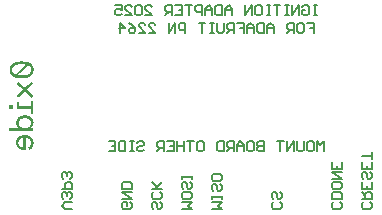
<source format=gbo>
G04*
G04 #@! TF.GenerationSoftware,Altium Limited,Altium Designer,25.9.0 (10)*
G04*
G04 Layer_Color=16777215*
%FSLAX44Y44*%
%MOMM*%
G71*
G04*
G04 #@! TF.SameCoordinates,BC283E87-7A94-4346-B581-373BCE07BC23*
G04*
G04*
G04 #@! TF.FilePolarity,Positive*
G04*
G01*
G75*
%ADD11C,0.1530*%
G36*
X26723Y151787D02*
X27048Y151774D01*
X27174Y151767D01*
X27366Y151754D01*
X27644Y151734D01*
X27909Y151707D01*
X27968Y151701D01*
X28101Y151687D01*
X28236Y151671D01*
X28263Y151664D01*
X28352Y151654D01*
X28435Y151644D01*
X28461Y151638D01*
X28597Y151621D01*
X28756Y151595D01*
X28842Y151581D01*
X29041Y151548D01*
X29140Y151529D01*
X29167Y151522D01*
X29498Y151456D01*
X29657Y151416D01*
X29690Y151409D01*
X29822Y151376D01*
X29865Y151366D01*
X29918Y151353D01*
X30103Y151300D01*
X30130Y151293D01*
X30315Y151241D01*
X30441Y151201D01*
X30795Y151085D01*
X31060Y150986D01*
X31103Y150969D01*
X31136Y150956D01*
X31229Y150916D01*
X31262Y150903D01*
X31494Y150804D01*
X31633Y150737D01*
X31891Y150612D01*
X32109Y150492D01*
X32209Y150439D01*
X32262Y150406D01*
X32275Y150400D01*
X32348Y150353D01*
X32361Y150347D01*
X32434Y150300D01*
X32447Y150294D01*
X32487Y150267D01*
X32500Y150261D01*
X32553Y150228D01*
X32566Y150221D01*
X32580Y150208D01*
X32593Y150201D01*
X32639Y150168D01*
X32652Y150161D01*
X32666Y150148D01*
X32679Y150141D01*
X32725Y150108D01*
X32738Y150102D01*
X32752Y150089D01*
X32765Y150082D01*
X32858Y150016D01*
X32871Y150009D01*
X32891Y149989D01*
X32904Y149983D01*
X32917Y149969D01*
X32931Y149963D01*
X32950Y149943D01*
X32964Y149936D01*
X32977Y149923D01*
X32990Y149916D01*
X33010Y149896D01*
X33023Y149890D01*
X33036Y149877D01*
X33050Y149870D01*
X33070Y149850D01*
X33083Y149844D01*
X33096Y149830D01*
X33109Y149824D01*
X33129Y149804D01*
X33142Y149797D01*
X33162Y149777D01*
X33175Y149771D01*
X33215Y149731D01*
X33228Y149724D01*
X33268Y149685D01*
X33281Y149678D01*
X33321Y149638D01*
X33334Y149632D01*
X33374Y149592D01*
X33387Y149585D01*
X33427Y149546D01*
X33440Y149539D01*
X33735Y149244D01*
X33742Y149231D01*
X33795Y149178D01*
X33801Y149165D01*
X33854Y149112D01*
X33861Y149099D01*
X33914Y149046D01*
X33920Y149032D01*
X33953Y148999D01*
X33960Y148986D01*
X33980Y148966D01*
X33986Y148953D01*
X34006Y148933D01*
X34013Y148920D01*
X34026Y148907D01*
X34033Y148893D01*
X34053Y148874D01*
X34059Y148860D01*
X34079Y148841D01*
X34086Y148827D01*
X34106Y148807D01*
X34112Y148794D01*
X34122Y148784D01*
X34251Y148609D01*
X34258Y148596D01*
X34324Y148503D01*
X34331Y148490D01*
X34344Y148476D01*
X34351Y148463D01*
X34384Y148417D01*
X34390Y148404D01*
X34423Y148351D01*
X34430Y148337D01*
X34476Y148265D01*
X34483Y148251D01*
X34516Y148198D01*
X34523Y148185D01*
X34556Y148132D01*
X34582Y148086D01*
X34655Y147947D01*
X34741Y147781D01*
X34774Y147708D01*
X34827Y147589D01*
X34877Y147480D01*
X34890Y147447D01*
X35009Y147129D01*
X35039Y147046D01*
X35066Y146960D01*
X35099Y146854D01*
X35125Y146768D01*
X35135Y146732D01*
X35201Y146467D01*
X35208Y146434D01*
X35228Y146354D01*
X35241Y146288D01*
X35248Y146249D01*
X35261Y146182D01*
X35268Y146143D01*
X35274Y146110D01*
X35281Y146070D01*
X35294Y146004D01*
X35307Y145924D01*
X35317Y145835D01*
X35324Y145808D01*
X35334Y145719D01*
X35354Y145560D01*
X35360Y145487D01*
X35367Y145401D01*
X35377Y145246D01*
X35383Y145226D01*
X35390Y144934D01*
X35397Y144914D01*
X35393Y144448D01*
X35387Y144222D01*
X35373Y144050D01*
X35357Y143815D01*
X35350Y143789D01*
X35340Y143700D01*
X35334Y143646D01*
X35324Y143557D01*
X35317Y143531D01*
X35301Y143395D01*
X35294Y143362D01*
X35287Y143322D01*
X35274Y143256D01*
X35268Y143216D01*
X35261Y143183D01*
X35254Y143143D01*
X35241Y143077D01*
X35234Y143037D01*
X35228Y143004D01*
X35182Y142819D01*
X35172Y142776D01*
X35138Y142643D01*
X35032Y142299D01*
X35023Y142263D01*
X34923Y141998D01*
X34907Y141955D01*
X34894Y141922D01*
X34874Y141875D01*
X34821Y141756D01*
X34788Y141684D01*
X34682Y141465D01*
X34609Y141326D01*
X34562Y141240D01*
X34556Y141227D01*
X34523Y141174D01*
X34516Y141160D01*
X34483Y141108D01*
X34476Y141094D01*
X34430Y141021D01*
X34423Y141008D01*
X34390Y140955D01*
X34384Y140942D01*
X34351Y140896D01*
X34344Y140882D01*
X34331Y140869D01*
X34324Y140856D01*
X34291Y140809D01*
X34284Y140796D01*
X34271Y140783D01*
X34265Y140770D01*
X34198Y140677D01*
X34192Y140664D01*
X34179Y140651D01*
X34172Y140637D01*
X34159Y140624D01*
X34152Y140611D01*
X34132Y140591D01*
X34125Y140578D01*
X34112Y140565D01*
X34106Y140551D01*
X34086Y140532D01*
X34079Y140518D01*
X34059Y140498D01*
X34053Y140485D01*
X34033Y140465D01*
X34026Y140452D01*
X34006Y140432D01*
X34000Y140419D01*
X33980Y140399D01*
X33973Y140386D01*
X33953Y140366D01*
X33947Y140353D01*
X33907Y140313D01*
X33900Y140300D01*
X33847Y140247D01*
X33841Y140233D01*
X33788Y140181D01*
X33781Y140167D01*
X33728Y140114D01*
X33722Y140101D01*
X33566Y139945D01*
X33553Y139939D01*
X33414Y139800D01*
X33400Y139793D01*
X33361Y139754D01*
X33348Y139747D01*
X33308Y139707D01*
X33295Y139701D01*
X33255Y139661D01*
X33242Y139654D01*
X33202Y139614D01*
X33189Y139608D01*
X33156Y139575D01*
X33142Y139568D01*
X33129Y139555D01*
X33116Y139548D01*
X33096Y139528D01*
X33083Y139522D01*
X33070Y139509D01*
X33056Y139502D01*
X33036Y139482D01*
X33023Y139475D01*
X33010Y139462D01*
X32997Y139456D01*
X32987Y139446D01*
X32904Y139383D01*
X32844Y139336D01*
X32831Y139330D01*
X32818Y139317D01*
X32805Y139310D01*
X32712Y139244D01*
X32699Y139237D01*
X32629Y139187D01*
X32589Y139161D01*
X32527Y139118D01*
X32513Y139111D01*
X32441Y139065D01*
X32427Y139058D01*
X32354Y139012D01*
X32341Y139005D01*
X32268Y138959D01*
X32255Y138952D01*
X32202Y138919D01*
X31911Y138760D01*
X31702Y138658D01*
X31537Y138578D01*
X31186Y138426D01*
X31120Y138400D01*
X30802Y138280D01*
X30481Y138171D01*
X30315Y138118D01*
X30289Y138112D01*
X30011Y138032D01*
X29984Y138026D01*
X29948Y138016D01*
X29789Y137976D01*
X29756Y137969D01*
X29597Y137929D01*
X29564Y137923D01*
X29484Y137903D01*
X29220Y137850D01*
X29193Y137843D01*
X29061Y137817D01*
X28624Y137744D01*
X28554Y137734D01*
X28528Y137728D01*
X28438Y137718D01*
X28303Y137701D01*
X28276Y137695D01*
X28187Y137684D01*
X28081Y137671D01*
X27683Y137632D01*
X27611Y137625D01*
X27326Y137605D01*
X27141Y137592D01*
X26839Y137582D01*
X26820Y137575D01*
X26297Y137569D01*
X26277Y137562D01*
X24168Y137565D01*
X23784Y137572D01*
X23618Y137579D01*
X23307Y137592D01*
X22831Y137625D01*
X22632Y137645D01*
X22397Y137668D01*
X22350Y137675D01*
X22261Y137684D01*
X22178Y137695D01*
X22152Y137701D01*
X22062Y137711D01*
X21980Y137721D01*
X21953Y137728D01*
X21864Y137738D01*
X21387Y137817D01*
X21255Y137843D01*
X21228Y137850D01*
X20963Y137903D01*
X20937Y137910D01*
X20904Y137916D01*
X20745Y137956D01*
X20702Y137966D01*
X20490Y138019D01*
X20212Y138098D01*
X20185Y138105D01*
X20139Y138118D01*
X19974Y138171D01*
X19659Y138274D01*
X19394Y138373D01*
X19351Y138390D01*
X19285Y138416D01*
X18961Y138555D01*
X18861Y138602D01*
X18537Y138760D01*
X18464Y138800D01*
X18408Y138830D01*
X18262Y138909D01*
X18259Y138913D01*
X18212Y138939D01*
X18199Y138946D01*
X18126Y138992D01*
X18113Y138999D01*
X18040Y139045D01*
X18027Y139052D01*
X17954Y139098D01*
X17941Y139105D01*
X17901Y139131D01*
X17888Y139138D01*
X17842Y139171D01*
X17829Y139178D01*
X17815Y139191D01*
X17802Y139197D01*
X17709Y139264D01*
X17696Y139270D01*
X17603Y139336D01*
X17590Y139343D01*
X17577Y139356D01*
X17564Y139363D01*
X17544Y139383D01*
X17531Y139389D01*
X17517Y139403D01*
X17504Y139409D01*
X17484Y139429D01*
X17471Y139436D01*
X17458Y139449D01*
X17444Y139456D01*
X17425Y139475D01*
X17411Y139482D01*
X17398Y139495D01*
X17385Y139502D01*
X17365Y139522D01*
X17352Y139528D01*
X17339Y139542D01*
X17325Y139548D01*
X17306Y139568D01*
X17292Y139575D01*
X17259Y139608D01*
X17246Y139614D01*
X17206Y139654D01*
X17193Y139661D01*
X17153Y139701D01*
X17140Y139707D01*
X17100Y139747D01*
X17087Y139754D01*
X17047Y139793D01*
X17034Y139800D01*
X16816Y140018D01*
X16802Y140025D01*
X16746Y140081D01*
X16739Y140094D01*
X16686Y140147D01*
X16680Y140161D01*
X16627Y140214D01*
X16620Y140227D01*
X16567Y140280D01*
X16561Y140293D01*
X16508Y140346D01*
X16501Y140359D01*
X16481Y140379D01*
X16475Y140392D01*
X16461Y140406D01*
X16455Y140419D01*
X16435Y140439D01*
X16428Y140452D01*
X16408Y140472D01*
X16402Y140485D01*
X16388Y140498D01*
X16372Y140521D01*
X16299Y140614D01*
X16269Y140651D01*
X16263Y140664D01*
X16249Y140677D01*
X16243Y140690D01*
X16177Y140783D01*
X16170Y140796D01*
X16120Y140866D01*
X16094Y140906D01*
X16051Y140968D01*
X16044Y140982D01*
X16011Y141035D01*
X16005Y141048D01*
X15958Y141121D01*
X15951Y141134D01*
X15918Y141187D01*
X15912Y141200D01*
X15879Y141253D01*
X15812Y141379D01*
X15693Y141611D01*
X15614Y141789D01*
X15564Y141899D01*
X15445Y142217D01*
X15402Y142339D01*
X15323Y142597D01*
X15306Y142653D01*
X15299Y142687D01*
X15227Y142978D01*
X15220Y143011D01*
X15213Y143037D01*
X15207Y143077D01*
X15193Y143143D01*
X15187Y143183D01*
X15180Y143216D01*
X15174Y143256D01*
X15160Y143322D01*
X15154Y143362D01*
X15147Y143395D01*
X15141Y143435D01*
X15134Y143488D01*
X15124Y143577D01*
X15117Y143603D01*
X15107Y143693D01*
X15094Y143799D01*
X15087Y143858D01*
X15081Y143951D01*
X15074Y144037D01*
X15064Y144199D01*
X15058Y144219D01*
X15051Y144643D01*
X15044Y144663D01*
X15048Y144726D01*
X15054Y144997D01*
X15061Y145169D01*
X15068Y145262D01*
X15081Y145434D01*
X15091Y145570D01*
X15097Y145596D01*
X15117Y145775D01*
X15124Y145802D01*
X15134Y145891D01*
X15141Y145944D01*
X15154Y146023D01*
X15167Y146090D01*
X15174Y146129D01*
X15187Y146195D01*
X15193Y146235D01*
X15200Y146268D01*
X15207Y146308D01*
X15220Y146374D01*
X15293Y146666D01*
X15303Y146709D01*
X15323Y146775D01*
X15375Y146947D01*
X15409Y147053D01*
X15432Y147129D01*
X15472Y147235D01*
X15485Y147268D01*
X15524Y147374D01*
X15541Y147417D01*
X15554Y147450D01*
X15574Y147497D01*
X15607Y147569D01*
X15660Y147689D01*
X15746Y147867D01*
X15879Y148119D01*
X15885Y148132D01*
X15918Y148185D01*
X15925Y148198D01*
X15971Y148271D01*
X15978Y148284D01*
X16011Y148337D01*
X16018Y148351D01*
X16064Y148423D01*
X16071Y148437D01*
X16170Y148576D01*
X16177Y148589D01*
X16243Y148682D01*
X16249Y148695D01*
X16263Y148708D01*
X16269Y148721D01*
X16283Y148735D01*
X16289Y148748D01*
X16309Y148768D01*
X16316Y148781D01*
X16329Y148794D01*
X16336Y148807D01*
X16355Y148827D01*
X16362Y148841D01*
X16382Y148860D01*
X16388Y148874D01*
X16408Y148893D01*
X16415Y148907D01*
X16435Y148927D01*
X16441Y148940D01*
X16461Y148960D01*
X16468Y148973D01*
X16488Y148993D01*
X16494Y149006D01*
X16534Y149046D01*
X16541Y149059D01*
X16594Y149112D01*
X16600Y149125D01*
X16660Y149185D01*
X16667Y149198D01*
X16719Y149251D01*
X16726Y149264D01*
X16882Y149420D01*
X16895Y149426D01*
X17034Y149565D01*
X17047Y149572D01*
X17087Y149612D01*
X17100Y149619D01*
X17140Y149658D01*
X17153Y149665D01*
X17193Y149705D01*
X17206Y149711D01*
X17239Y149744D01*
X17253Y149751D01*
X17286Y149784D01*
X17299Y149791D01*
X17319Y149810D01*
X17332Y149817D01*
X17345Y149830D01*
X17358Y149837D01*
X17378Y149857D01*
X17392Y149863D01*
X17405Y149877D01*
X17418Y149883D01*
X17431Y149896D01*
X17444Y149903D01*
X17464Y149923D01*
X17478Y149930D01*
X17491Y149943D01*
X17504Y149950D01*
X17524Y149969D01*
X17537Y149976D01*
X17550Y149989D01*
X17564Y149996D01*
X17577Y150009D01*
X17590Y150016D01*
X17603Y150029D01*
X17617Y150036D01*
X17663Y150069D01*
X17676Y150075D01*
X17689Y150089D01*
X17703Y150095D01*
X17795Y150161D01*
X17809Y150168D01*
X17901Y150234D01*
X17915Y150241D01*
X17967Y150274D01*
X17981Y150281D01*
X18054Y150327D01*
X18067Y150333D01*
X18107Y150360D01*
X18120Y150367D01*
X18173Y150400D01*
X18186Y150406D01*
X18239Y150439D01*
X18312Y150479D01*
X18371Y150512D01*
X18517Y150592D01*
X18871Y150767D01*
X19268Y150939D01*
X19302Y150953D01*
X19672Y151092D01*
X19775Y151128D01*
X20099Y151234D01*
X20285Y151287D01*
X20311Y151293D01*
X20450Y151333D01*
X20487Y151343D01*
X20646Y151383D01*
X20679Y151390D01*
X20838Y151429D01*
X20871Y151436D01*
X20950Y151456D01*
X21149Y151496D01*
X21175Y151502D01*
X21407Y151548D01*
X21804Y151615D01*
X21890Y151628D01*
X21973Y151638D01*
X22000Y151644D01*
X22089Y151654D01*
X22225Y151671D01*
X22251Y151678D01*
X22341Y151687D01*
X22804Y151734D01*
X22989Y151747D01*
X23274Y151767D01*
X23400Y151774D01*
X23708Y151783D01*
X23728Y151790D01*
X26459Y151793D01*
X26723Y151787D01*
D02*
G37*
G36*
X33606Y134642D02*
X33632Y134636D01*
X33679Y134616D01*
X33702Y134593D01*
X33708Y134579D01*
X33801Y134487D01*
X33808Y134473D01*
X33900Y134381D01*
X33907Y134368D01*
X34006Y134268D01*
X34013Y134255D01*
X34106Y134162D01*
X34112Y134149D01*
X34205Y134056D01*
X34212Y134043D01*
X34311Y133944D01*
X34318Y133931D01*
X34410Y133838D01*
X34417Y133825D01*
X34516Y133725D01*
X34523Y133712D01*
X34615Y133619D01*
X34622Y133606D01*
X34715Y133513D01*
X34721Y133500D01*
X34821Y133401D01*
X34827Y133388D01*
X34920Y133295D01*
X34927Y133282D01*
X34993Y133216D01*
X35026Y133156D01*
X35032Y133096D01*
X35026Y133050D01*
X35006Y133004D01*
X34937Y132934D01*
X34923Y132928D01*
X34837Y132841D01*
X34824Y132835D01*
X34745Y132755D01*
X34731Y132749D01*
X34652Y132669D01*
X34639Y132663D01*
X34559Y132583D01*
X34546Y132577D01*
X34460Y132491D01*
X34447Y132484D01*
X34367Y132404D01*
X34354Y132398D01*
X34274Y132318D01*
X34261Y132312D01*
X34175Y132226D01*
X34162Y132219D01*
X34083Y132140D01*
X34069Y132133D01*
X33990Y132054D01*
X33977Y132047D01*
X33891Y131961D01*
X33877Y131954D01*
X33798Y131875D01*
X33784Y131868D01*
X33705Y131789D01*
X33692Y131782D01*
X33606Y131696D01*
X33593Y131689D01*
X33513Y131610D01*
X33500Y131603D01*
X33420Y131524D01*
X33407Y131517D01*
X33328Y131438D01*
X33314Y131431D01*
X33228Y131345D01*
X33215Y131339D01*
X33136Y131259D01*
X33122Y131252D01*
X33043Y131173D01*
X33030Y131166D01*
X32944Y131080D01*
X32931Y131074D01*
X32851Y130994D01*
X32838Y130988D01*
X32758Y130908D01*
X32745Y130902D01*
X32659Y130815D01*
X32646Y130809D01*
X32566Y130729D01*
X32553Y130723D01*
X32474Y130643D01*
X32460Y130637D01*
X32374Y130551D01*
X32361Y130544D01*
X32282Y130465D01*
X32268Y130458D01*
X32189Y130379D01*
X32176Y130372D01*
X32096Y130292D01*
X32083Y130286D01*
X31997Y130200D01*
X31984Y130193D01*
X31904Y130114D01*
X31891Y130107D01*
X31811Y130028D01*
X31798Y130021D01*
X31712Y129935D01*
X31699Y129928D01*
X31620Y129849D01*
X31606Y129842D01*
X31527Y129763D01*
X31514Y129756D01*
X31428Y129670D01*
X31414Y129663D01*
X31335Y129584D01*
X31322Y129577D01*
X31242Y129498D01*
X31229Y129491D01*
X31143Y129405D01*
X31130Y129399D01*
X31050Y129319D01*
X31037Y129313D01*
X30958Y129233D01*
X30944Y129227D01*
X30865Y129147D01*
X30852Y129140D01*
X30766Y129054D01*
X30752Y129048D01*
X30673Y128968D01*
X30659Y128962D01*
X30580Y128882D01*
X30567Y128876D01*
X30481Y128790D01*
X30468Y128783D01*
X30388Y128703D01*
X30375Y128697D01*
X30295Y128617D01*
X30282Y128611D01*
X30196Y128525D01*
X30183Y128518D01*
X30103Y128439D01*
X30090Y128432D01*
X30011Y128353D01*
X29997Y128346D01*
X29911Y128260D01*
X29898Y128253D01*
X29819Y128174D01*
X29806Y128167D01*
X29726Y128088D01*
X29713Y128081D01*
X29633Y128002D01*
X29620Y127995D01*
X29564Y127939D01*
X29640Y127863D01*
X29653Y127856D01*
X29733Y127777D01*
X29746Y127770D01*
X29825Y127690D01*
X29839Y127684D01*
X29918Y127604D01*
X29931Y127598D01*
X30011Y127518D01*
X30024Y127512D01*
X30097Y127439D01*
X30110Y127432D01*
X30189Y127353D01*
X30203Y127346D01*
X30282Y127267D01*
X30295Y127260D01*
X30375Y127181D01*
X30388Y127174D01*
X30468Y127095D01*
X30481Y127088D01*
X30554Y127015D01*
X30567Y127009D01*
X30646Y126929D01*
X30659Y126923D01*
X30739Y126843D01*
X30752Y126836D01*
X30832Y126757D01*
X30845Y126750D01*
X30924Y126671D01*
X30938Y126664D01*
X31010Y126591D01*
X31024Y126585D01*
X31103Y126505D01*
X31116Y126499D01*
X31196Y126419D01*
X31209Y126413D01*
X31288Y126333D01*
X31302Y126327D01*
X31381Y126247D01*
X31395Y126241D01*
X31467Y126168D01*
X31481Y126161D01*
X31560Y126082D01*
X31573Y126075D01*
X31653Y125996D01*
X31666Y125989D01*
X31745Y125910D01*
X31759Y125903D01*
X31831Y125830D01*
X31845Y125823D01*
X31924Y125744D01*
X31937Y125737D01*
X32017Y125658D01*
X32030Y125651D01*
X32109Y125572D01*
X32123Y125565D01*
X32202Y125486D01*
X32215Y125479D01*
X32288Y125406D01*
X32301Y125400D01*
X32381Y125320D01*
X32394Y125314D01*
X32474Y125234D01*
X32487Y125228D01*
X32566Y125148D01*
X32580Y125141D01*
X32659Y125062D01*
X32672Y125055D01*
X32745Y124983D01*
X32758Y124976D01*
X32838Y124896D01*
X32851Y124890D01*
X32931Y124810D01*
X32944Y124804D01*
X33023Y124724D01*
X33036Y124718D01*
X33116Y124638D01*
X33129Y124632D01*
X33202Y124559D01*
X33215Y124552D01*
X33295Y124473D01*
X33308Y124466D01*
X33387Y124387D01*
X33400Y124380D01*
X33480Y124301D01*
X33493Y124294D01*
X33573Y124215D01*
X33586Y124208D01*
X33659Y124135D01*
X33672Y124129D01*
X33751Y124049D01*
X33765Y124042D01*
X33844Y123963D01*
X33857Y123956D01*
X33937Y123877D01*
X33950Y123870D01*
X34030Y123791D01*
X34043Y123784D01*
X34116Y123711D01*
X34129Y123705D01*
X34208Y123625D01*
X34221Y123619D01*
X34301Y123539D01*
X34314Y123533D01*
X34394Y123453D01*
X34407Y123447D01*
X34486Y123367D01*
X34500Y123361D01*
X34572Y123288D01*
X34586Y123281D01*
X34665Y123202D01*
X34678Y123195D01*
X34758Y123116D01*
X34771Y123109D01*
X34850Y123029D01*
X34864Y123023D01*
X34943Y122943D01*
X34956Y122937D01*
X34999Y122894D01*
X35026Y122847D01*
X35032Y122788D01*
X35026Y122741D01*
X35006Y122695D01*
X34999Y122682D01*
X34960Y122642D01*
X34953Y122629D01*
X34860Y122536D01*
X34854Y122523D01*
X34755Y122424D01*
X34748Y122410D01*
X34655Y122318D01*
X34648Y122304D01*
X34549Y122205D01*
X34543Y122192D01*
X34450Y122099D01*
X34443Y122086D01*
X34351Y121993D01*
X34344Y121980D01*
X34245Y121881D01*
X34238Y121868D01*
X34192Y121821D01*
X34188Y121818D01*
X34145Y121775D01*
X34139Y121762D01*
X34046Y121669D01*
X34039Y121656D01*
X33940Y121556D01*
X33933Y121543D01*
X33841Y121450D01*
X33834Y121437D01*
X33735Y121338D01*
X33728Y121325D01*
X33685Y121282D01*
X33672Y121275D01*
X33662Y121265D01*
X33629Y121252D01*
X33579Y121242D01*
X33533Y121249D01*
X33473Y121275D01*
X33460Y121282D01*
X33387Y121354D01*
X33374Y121361D01*
X33281Y121454D01*
X33268Y121460D01*
X33169Y121560D01*
X33156Y121566D01*
X33063Y121659D01*
X33050Y121666D01*
X32957Y121758D01*
X32944Y121765D01*
X32844Y121864D01*
X32831Y121871D01*
X32738Y121964D01*
X32725Y121970D01*
X32633Y122063D01*
X32619Y122070D01*
X32520Y122169D01*
X32507Y122175D01*
X32414Y122268D01*
X32401Y122275D01*
X32301Y122374D01*
X32288Y122381D01*
X32196Y122473D01*
X32182Y122480D01*
X32090Y122573D01*
X32076Y122579D01*
X31977Y122679D01*
X31964Y122685D01*
X31871Y122778D01*
X31858Y122785D01*
X31765Y122877D01*
X31752Y122884D01*
X31653Y122983D01*
X31639Y122990D01*
X31547Y123082D01*
X31534Y123089D01*
X31441Y123182D01*
X31428Y123188D01*
X31328Y123288D01*
X31315Y123294D01*
X31222Y123387D01*
X31209Y123394D01*
X31116Y123486D01*
X31103Y123493D01*
X31004Y123592D01*
X30991Y123599D01*
X30898Y123692D01*
X30885Y123698D01*
X30792Y123791D01*
X30779Y123798D01*
X30679Y123897D01*
X30666Y123903D01*
X30573Y123996D01*
X30560Y124003D01*
X30461Y124102D01*
X30448Y124109D01*
X30355Y124201D01*
X30342Y124208D01*
X30249Y124301D01*
X30236Y124307D01*
X30136Y124407D01*
X30123Y124413D01*
X30031Y124506D01*
X30017Y124513D01*
X29925Y124605D01*
X29911Y124612D01*
X29812Y124711D01*
X29799Y124718D01*
X29706Y124810D01*
X29693Y124817D01*
X29600Y124910D01*
X29587Y124916D01*
X29488Y125016D01*
X29474Y125022D01*
X29382Y125115D01*
X29369Y125122D01*
X29276Y125214D01*
X29263Y125221D01*
X29163Y125320D01*
X29150Y125327D01*
X29057Y125420D01*
X29044Y125426D01*
X28951Y125519D01*
X28938Y125526D01*
X28839Y125625D01*
X28826Y125631D01*
X28733Y125724D01*
X28720Y125731D01*
X28627Y125823D01*
X28614Y125830D01*
X28514Y125929D01*
X28501Y125936D01*
X28409Y126029D01*
X28395Y126035D01*
X28296Y126135D01*
X28283Y126141D01*
X28190Y126234D01*
X28177Y126241D01*
X28084Y126333D01*
X28071Y126340D01*
X27971Y126439D01*
X27958Y126446D01*
X27925Y126413D01*
X27912Y126406D01*
X27813Y126307D01*
X27799Y126300D01*
X27707Y126207D01*
X27693Y126201D01*
X27601Y126108D01*
X27587Y126102D01*
X27488Y126002D01*
X27475Y125996D01*
X27382Y125903D01*
X27369Y125896D01*
X27276Y125804D01*
X27263Y125797D01*
X27164Y125698D01*
X27150Y125691D01*
X27058Y125598D01*
X27045Y125592D01*
X26952Y125499D01*
X26939Y125492D01*
X26839Y125393D01*
X26826Y125386D01*
X26733Y125294D01*
X26720Y125287D01*
X26628Y125195D01*
X26614Y125188D01*
X26515Y125089D01*
X26502Y125082D01*
X26409Y124989D01*
X26396Y124983D01*
X26303Y124890D01*
X26290Y124883D01*
X26191Y124784D01*
X26177Y124777D01*
X26085Y124685D01*
X26071Y124678D01*
X25979Y124585D01*
X25965Y124579D01*
X25866Y124479D01*
X25853Y124473D01*
X25760Y124380D01*
X25747Y124374D01*
X25648Y124274D01*
X25634Y124268D01*
X25542Y124175D01*
X25528Y124168D01*
X25436Y124075D01*
X25422Y124069D01*
X25323Y123970D01*
X25310Y123963D01*
X25217Y123870D01*
X25204Y123864D01*
X25111Y123771D01*
X25098Y123764D01*
X24999Y123665D01*
X24985Y123659D01*
X24893Y123566D01*
X24880Y123559D01*
X24787Y123467D01*
X24774Y123460D01*
X24674Y123361D01*
X24661Y123354D01*
X24568Y123261D01*
X24555Y123255D01*
X24462Y123162D01*
X24449Y123155D01*
X24350Y123056D01*
X24337Y123049D01*
X24244Y122957D01*
X24231Y122950D01*
X24138Y122857D01*
X24125Y122851D01*
X24025Y122751D01*
X24012Y122745D01*
X23920Y122652D01*
X23906Y122646D01*
X23807Y122546D01*
X23794Y122540D01*
X23701Y122447D01*
X23688Y122440D01*
X23595Y122347D01*
X23582Y122341D01*
X23483Y122242D01*
X23469Y122235D01*
X23377Y122142D01*
X23363Y122136D01*
X23271Y122043D01*
X23258Y122036D01*
X23158Y121937D01*
X23145Y121930D01*
X23052Y121838D01*
X23039Y121831D01*
X22946Y121738D01*
X22933Y121732D01*
X22834Y121632D01*
X22821Y121626D01*
X22728Y121533D01*
X22715Y121527D01*
X22622Y121434D01*
X22609Y121427D01*
X22509Y121328D01*
X22496Y121321D01*
X22456Y121282D01*
X22410Y121255D01*
X22384Y121249D01*
X22364Y121242D01*
X22297Y121249D01*
X22264Y121262D01*
X22251Y121268D01*
X22135Y121384D01*
X22129Y121397D01*
X22036Y121490D01*
X22029Y121503D01*
X21937Y121596D01*
X21930Y121609D01*
X21831Y121709D01*
X21824Y121722D01*
X21732Y121815D01*
X21725Y121828D01*
X21625Y121927D01*
X21619Y121940D01*
X21526Y122033D01*
X21520Y122046D01*
X21427Y122139D01*
X21420Y122152D01*
X21321Y122252D01*
X21314Y122265D01*
X21222Y122358D01*
X21215Y122371D01*
X21122Y122463D01*
X21116Y122477D01*
X21016Y122576D01*
X21010Y122589D01*
X20930Y122669D01*
X20897Y122728D01*
X20891Y122768D01*
X20884Y122788D01*
X20891Y122821D01*
X20897Y122847D01*
X20910Y122880D01*
X21013Y122983D01*
X21026Y122990D01*
X21106Y123069D01*
X21119Y123076D01*
X21192Y123149D01*
X21205Y123155D01*
X21284Y123235D01*
X21298Y123241D01*
X21377Y123321D01*
X21391Y123327D01*
X21470Y123407D01*
X21483Y123413D01*
X21563Y123493D01*
X21576Y123499D01*
X21649Y123572D01*
X21662Y123579D01*
X21741Y123659D01*
X21755Y123665D01*
X21834Y123744D01*
X21847Y123751D01*
X21927Y123831D01*
X21940Y123837D01*
X22019Y123917D01*
X22033Y123923D01*
X22106Y123996D01*
X22119Y124003D01*
X22198Y124082D01*
X22211Y124089D01*
X22291Y124168D01*
X22304Y124175D01*
X22384Y124254D01*
X22397Y124261D01*
X22476Y124340D01*
X22490Y124347D01*
X22562Y124420D01*
X22576Y124426D01*
X22655Y124506D01*
X22668Y124513D01*
X22748Y124592D01*
X22761Y124599D01*
X22840Y124678D01*
X22854Y124685D01*
X22933Y124764D01*
X22946Y124771D01*
X23019Y124844D01*
X23032Y124850D01*
X23112Y124930D01*
X23125Y124936D01*
X23205Y125016D01*
X23218Y125022D01*
X23297Y125102D01*
X23310Y125108D01*
X23390Y125188D01*
X23403Y125195D01*
X23483Y125274D01*
X23496Y125281D01*
X23569Y125353D01*
X23582Y125360D01*
X23661Y125439D01*
X23675Y125446D01*
X23754Y125526D01*
X23767Y125532D01*
X23847Y125612D01*
X23860Y125618D01*
X23939Y125698D01*
X23953Y125704D01*
X24025Y125777D01*
X24039Y125784D01*
X24118Y125863D01*
X24132Y125870D01*
X24211Y125949D01*
X24224Y125956D01*
X24304Y126035D01*
X24317Y126042D01*
X24396Y126121D01*
X24409Y126128D01*
X24482Y126201D01*
X24496Y126207D01*
X24575Y126287D01*
X24588Y126293D01*
X24668Y126373D01*
X24681Y126380D01*
X24760Y126459D01*
X24774Y126466D01*
X24853Y126545D01*
X24866Y126552D01*
X24939Y126625D01*
X24952Y126631D01*
X25032Y126711D01*
X25045Y126717D01*
X25125Y126797D01*
X25138Y126803D01*
X25217Y126883D01*
X25231Y126889D01*
X25310Y126969D01*
X25323Y126975D01*
X25396Y127048D01*
X25409Y127055D01*
X25489Y127134D01*
X25502Y127141D01*
X25581Y127220D01*
X25595Y127227D01*
X25674Y127306D01*
X25687Y127313D01*
X25767Y127393D01*
X25780Y127399D01*
X25859Y127479D01*
X25873Y127485D01*
X25946Y127558D01*
X25959Y127565D01*
X26038Y127644D01*
X26051Y127651D01*
X26131Y127730D01*
X26144Y127737D01*
X26224Y127816D01*
X26237Y127823D01*
X26316Y127902D01*
X26330Y127909D01*
X26346Y127926D01*
X26353Y127939D01*
X26270Y128021D01*
X26257Y128028D01*
X26177Y128108D01*
X26164Y128114D01*
X26085Y128194D01*
X26071Y128200D01*
X25985Y128286D01*
X25972Y128293D01*
X25893Y128372D01*
X25879Y128379D01*
X25800Y128458D01*
X25787Y128465D01*
X25701Y128551D01*
X25687Y128558D01*
X25608Y128637D01*
X25595Y128644D01*
X25515Y128723D01*
X25502Y128730D01*
X25422Y128809D01*
X25409Y128816D01*
X25323Y128902D01*
X25310Y128909D01*
X25231Y128988D01*
X25217Y128995D01*
X25138Y129074D01*
X25125Y129081D01*
X25038Y129167D01*
X25025Y129174D01*
X24946Y129253D01*
X24933Y129260D01*
X24853Y129339D01*
X24840Y129346D01*
X24754Y129432D01*
X24741Y129438D01*
X24661Y129518D01*
X24648Y129524D01*
X24568Y129604D01*
X24555Y129611D01*
X24469Y129697D01*
X24456Y129703D01*
X24376Y129783D01*
X24363Y129789D01*
X24284Y129869D01*
X24271Y129875D01*
X24184Y129961D01*
X24171Y129968D01*
X24092Y130048D01*
X24079Y130054D01*
X23999Y130133D01*
X23986Y130140D01*
X23900Y130226D01*
X23886Y130233D01*
X23807Y130312D01*
X23794Y130319D01*
X23714Y130398D01*
X23701Y130405D01*
X23615Y130491D01*
X23602Y130498D01*
X23522Y130577D01*
X23509Y130584D01*
X23430Y130663D01*
X23416Y130670D01*
X23330Y130756D01*
X23317Y130763D01*
X23238Y130842D01*
X23224Y130849D01*
X23145Y130928D01*
X23132Y130935D01*
X23046Y131021D01*
X23032Y131027D01*
X22953Y131107D01*
X22940Y131113D01*
X22860Y131193D01*
X22847Y131200D01*
X22768Y131279D01*
X22754Y131286D01*
X22668Y131372D01*
X22655Y131378D01*
X22576Y131458D01*
X22562Y131464D01*
X22483Y131544D01*
X22470Y131550D01*
X22384Y131636D01*
X22370Y131643D01*
X22291Y131722D01*
X22278Y131729D01*
X22198Y131809D01*
X22185Y131815D01*
X22099Y131901D01*
X22086Y131908D01*
X22006Y131987D01*
X21993Y131994D01*
X21913Y132073D01*
X21900Y132080D01*
X21814Y132166D01*
X21801Y132173D01*
X21721Y132252D01*
X21708Y132259D01*
X21629Y132338D01*
X21616Y132345D01*
X21530Y132431D01*
X21516Y132438D01*
X21437Y132517D01*
X21424Y132524D01*
X21344Y132603D01*
X21331Y132610D01*
X21245Y132696D01*
X21232Y132702D01*
X21152Y132782D01*
X21139Y132788D01*
X21059Y132868D01*
X21046Y132875D01*
X20960Y132961D01*
X20947Y132967D01*
X20937Y132977D01*
X20904Y133024D01*
X20894Y133047D01*
X20887Y133086D01*
X20891Y133130D01*
X20897Y133156D01*
X20910Y133189D01*
X20917Y133202D01*
X20930Y133216D01*
X20937Y133229D01*
X21030Y133322D01*
X21036Y133335D01*
X21129Y133427D01*
X21136Y133441D01*
X21235Y133540D01*
X21242Y133553D01*
X21334Y133646D01*
X21341Y133659D01*
X21440Y133758D01*
X21447Y133772D01*
X21539Y133864D01*
X21546Y133878D01*
X21639Y133970D01*
X21645Y133983D01*
X21745Y134083D01*
X21751Y134096D01*
X21844Y134189D01*
X21851Y134202D01*
X21943Y134295D01*
X21950Y134308D01*
X22049Y134407D01*
X22056Y134420D01*
X22148Y134513D01*
X22155Y134526D01*
X22238Y134609D01*
X22261Y134626D01*
X22294Y134639D01*
X22327Y134646D01*
X22384Y134642D01*
X22443Y134616D01*
X22456Y134609D01*
X22516Y134550D01*
X22529Y134543D01*
X22629Y134444D01*
X22642Y134437D01*
X22734Y134344D01*
X22748Y134338D01*
X22840Y134245D01*
X22854Y134238D01*
X22953Y134139D01*
X22966Y134132D01*
X23059Y134040D01*
X23072Y134033D01*
X23165Y133940D01*
X23178Y133934D01*
X23277Y133835D01*
X23291Y133828D01*
X23383Y133735D01*
X23396Y133729D01*
X23496Y133629D01*
X23509Y133623D01*
X23602Y133530D01*
X23615Y133523D01*
X23708Y133431D01*
X23721Y133424D01*
X23820Y133325D01*
X23833Y133318D01*
X23926Y133225D01*
X23939Y133219D01*
X24032Y133126D01*
X24045Y133119D01*
X24145Y133020D01*
X24158Y133014D01*
X24251Y132921D01*
X24264Y132914D01*
X24357Y132822D01*
X24370Y132815D01*
X24469Y132716D01*
X24482Y132709D01*
X24575Y132616D01*
X24588Y132610D01*
X24681Y132517D01*
X24694Y132510D01*
X24794Y132411D01*
X24807Y132404D01*
X24899Y132312D01*
X24913Y132305D01*
X25005Y132212D01*
X25019Y132206D01*
X25118Y132107D01*
X25131Y132100D01*
X25224Y132007D01*
X25237Y132001D01*
X25330Y131908D01*
X25343Y131901D01*
X25442Y131802D01*
X25456Y131795D01*
X25548Y131703D01*
X25561Y131696D01*
X25661Y131597D01*
X25674Y131590D01*
X25767Y131497D01*
X25780Y131491D01*
X25873Y131398D01*
X25886Y131391D01*
X25985Y131292D01*
X25998Y131286D01*
X26091Y131193D01*
X26104Y131186D01*
X26197Y131094D01*
X26210Y131087D01*
X26310Y130988D01*
X26323Y130981D01*
X26416Y130888D01*
X26429Y130882D01*
X26522Y130789D01*
X26535Y130782D01*
X26634Y130683D01*
X26647Y130676D01*
X26740Y130584D01*
X26753Y130577D01*
X26846Y130484D01*
X26859Y130478D01*
X26958Y130379D01*
X26972Y130372D01*
X27064Y130279D01*
X27078Y130273D01*
X27170Y130180D01*
X27184Y130173D01*
X27283Y130074D01*
X27296Y130067D01*
X27389Y129975D01*
X27402Y129968D01*
X27501Y129869D01*
X27515Y129862D01*
X27607Y129769D01*
X27621Y129763D01*
X27713Y129670D01*
X27727Y129663D01*
X27826Y129564D01*
X27839Y129558D01*
X27915Y129481D01*
X27952Y129452D01*
X27965Y129445D01*
X28038Y129518D01*
X28051Y129524D01*
X28144Y129617D01*
X28157Y129624D01*
X28250Y129717D01*
X28263Y129723D01*
X28362Y129822D01*
X28375Y129829D01*
X28468Y129922D01*
X28481Y129928D01*
X28574Y130021D01*
X28587Y130028D01*
X28687Y130127D01*
X28700Y130133D01*
X28793Y130226D01*
X28806Y130233D01*
X28898Y130325D01*
X28912Y130332D01*
X29011Y130431D01*
X29024Y130438D01*
X29117Y130531D01*
X29130Y130537D01*
X29230Y130637D01*
X29243Y130643D01*
X29335Y130736D01*
X29349Y130743D01*
X29441Y130835D01*
X29455Y130842D01*
X29554Y130941D01*
X29567Y130948D01*
X29660Y131041D01*
X29673Y131047D01*
X29766Y131140D01*
X29779Y131146D01*
X29878Y131246D01*
X29892Y131252D01*
X29984Y131345D01*
X29997Y131352D01*
X30090Y131445D01*
X30103Y131451D01*
X30203Y131550D01*
X30216Y131557D01*
X30309Y131650D01*
X30322Y131656D01*
X30415Y131749D01*
X30428Y131756D01*
X30527Y131855D01*
X30540Y131862D01*
X30633Y131954D01*
X30646Y131961D01*
X30739Y132054D01*
X30752Y132060D01*
X30852Y132160D01*
X30865Y132166D01*
X30958Y132259D01*
X30971Y132265D01*
X31070Y132365D01*
X31083Y132371D01*
X31176Y132464D01*
X31189Y132471D01*
X31282Y132563D01*
X31295Y132570D01*
X31395Y132669D01*
X31408Y132676D01*
X31500Y132769D01*
X31514Y132775D01*
X31606Y132868D01*
X31620Y132875D01*
X31719Y132974D01*
X31732Y132980D01*
X31825Y133073D01*
X31838Y133080D01*
X31931Y133173D01*
X31944Y133179D01*
X32043Y133278D01*
X32057Y133285D01*
X32149Y133378D01*
X32162Y133384D01*
X32255Y133477D01*
X32268Y133484D01*
X32368Y133583D01*
X32381Y133590D01*
X32474Y133682D01*
X32487Y133689D01*
X32580Y133782D01*
X32593Y133788D01*
X32692Y133888D01*
X32705Y133894D01*
X32798Y133987D01*
X32811Y133994D01*
X32904Y134086D01*
X32917Y134093D01*
X33017Y134192D01*
X33030Y134199D01*
X33122Y134291D01*
X33136Y134298D01*
X33235Y134397D01*
X33248Y134404D01*
X33341Y134497D01*
X33354Y134503D01*
X33430Y134579D01*
X33467Y134609D01*
X33513Y134636D01*
X33553Y134642D01*
X33573Y134649D01*
X33606Y134642D01*
D02*
G37*
G36*
X34857Y118461D02*
X34884Y118455D01*
X34917Y118441D01*
X34940Y118418D01*
X34973Y118358D01*
X34980Y107573D01*
X34973Y107527D01*
X34966Y107500D01*
X34953Y107467D01*
X34923Y107438D01*
X34877Y107411D01*
X33096Y107404D01*
X33070Y107411D01*
X33023Y107431D01*
X33003Y107451D01*
X32960Y107514D01*
X32954Y111725D01*
X21079Y111728D01*
X21053Y111734D01*
X21020Y111748D01*
X21000Y111768D01*
X20987Y111774D01*
X20950Y111831D01*
X20944Y117769D01*
X20950Y117796D01*
X20970Y117842D01*
X20977Y117855D01*
X20987Y117865D01*
X21046Y117898D01*
X22801Y117905D01*
X22847Y117898D01*
X22893Y117879D01*
X22923Y117849D01*
X22956Y117802D01*
X22963Y114121D01*
X28819Y114118D01*
X32950D01*
X32954Y118312D01*
X32960Y118358D01*
X32980Y118405D01*
X33003Y118428D01*
X33063Y118461D01*
X34811Y118468D01*
X34857Y118461D01*
D02*
G37*
G36*
X17736Y114701D02*
X17762Y114694D01*
X17795Y114681D01*
X17819Y114657D01*
X17852Y114598D01*
X17858Y111758D01*
X17852Y111731D01*
X17845Y111711D01*
X17838Y111685D01*
X17825Y111672D01*
X17819Y111658D01*
X17762Y111622D01*
X17173Y111615D01*
X14902D01*
X14876Y111622D01*
X14829Y111642D01*
X14816Y111648D01*
X14799Y111672D01*
X14773Y111718D01*
X14766Y114532D01*
X14773Y114598D01*
X14793Y114644D01*
X14816Y114668D01*
X14876Y114701D01*
X17670Y114707D01*
X17736Y114701D01*
D02*
G37*
G36*
X28309Y106219D02*
X28495Y106213D01*
X28581Y106206D01*
X28776Y106196D01*
X29140Y106163D01*
X29223Y106153D01*
X29249Y106146D01*
X29339Y106137D01*
X29498Y106117D01*
X29776Y106070D01*
X29809Y106064D01*
X29888Y106051D01*
X29987Y106031D01*
X30014Y106024D01*
X30080Y106011D01*
X30107Y106004D01*
X30206Y105984D01*
X30249Y105974D01*
X30434Y105928D01*
X30481Y105915D01*
X30613Y105882D01*
X30746Y105842D01*
X30792Y105829D01*
X30924Y105789D01*
X31020Y105759D01*
X31193Y105700D01*
X31305Y105660D01*
X31504Y105581D01*
X31547Y105564D01*
X31580Y105551D01*
X31626Y105531D01*
X31686Y105504D01*
X31759Y105471D01*
X31818Y105445D01*
X32222Y105246D01*
X32282Y105213D01*
X32328Y105187D01*
X32388Y105153D01*
X32434Y105127D01*
X32520Y105081D01*
X32566Y105048D01*
X32580Y105041D01*
X32652Y104994D01*
X32699Y104968D01*
X32745Y104935D01*
X32758Y104928D01*
X32844Y104869D01*
X32858Y104862D01*
X32871Y104849D01*
X32884Y104842D01*
X33023Y104743D01*
X33036Y104736D01*
X33050Y104723D01*
X33063Y104717D01*
X33083Y104697D01*
X33096Y104690D01*
X33109Y104677D01*
X33122Y104670D01*
X33142Y104650D01*
X33156Y104644D01*
X33169Y104630D01*
X33182Y104624D01*
X33202Y104604D01*
X33215Y104597D01*
X33228Y104584D01*
X33242Y104577D01*
X33261Y104558D01*
X33275Y104551D01*
X33295Y104531D01*
X33308Y104524D01*
X33348Y104485D01*
X33361Y104478D01*
X33394Y104445D01*
X33407Y104438D01*
X33440Y104405D01*
X33454Y104399D01*
X33487Y104366D01*
X33500Y104359D01*
X33579Y104279D01*
X33593Y104273D01*
X33841Y104025D01*
X33847Y104011D01*
X33947Y103912D01*
X33953Y103899D01*
X33980Y103872D01*
X33986Y103859D01*
X34020Y103826D01*
X34026Y103813D01*
X34053Y103786D01*
X34059Y103773D01*
X34086Y103747D01*
X34092Y103733D01*
X34109Y103717D01*
X34139Y103680D01*
X34185Y103621D01*
X34188Y103617D01*
X34192Y103614D01*
X34198Y103601D01*
X34221Y103571D01*
X34284Y103488D01*
X34331Y103429D01*
X34337Y103415D01*
X34371Y103369D01*
X34377Y103356D01*
X34410Y103309D01*
X34417Y103296D01*
X34483Y103204D01*
X34490Y103190D01*
X34523Y103137D01*
X34529Y103124D01*
X34562Y103071D01*
X34589Y103025D01*
X34596Y103012D01*
X34629Y102959D01*
X34655Y102912D01*
X34801Y102628D01*
X34827Y102568D01*
X34860Y102495D01*
X34887Y102436D01*
X34904Y102399D01*
X34923Y102346D01*
X34937Y102313D01*
X34976Y102207D01*
X34990Y102174D01*
X35006Y102131D01*
X35019Y102098D01*
X35105Y101826D01*
X35125Y101747D01*
X35135Y101711D01*
X35182Y101525D01*
X35201Y101426D01*
X35208Y101386D01*
X35234Y101254D01*
X35248Y101168D01*
X35258Y101092D01*
X35264Y101065D01*
X35281Y100929D01*
X35287Y100850D01*
X35297Y100708D01*
X35304Y100688D01*
X35311Y100363D01*
X35317Y100343D01*
X35307Y99969D01*
X35301Y99830D01*
X35287Y99645D01*
X35264Y99417D01*
X35258Y99390D01*
X35248Y99301D01*
X35241Y99248D01*
X35201Y99009D01*
X35168Y98844D01*
X35162Y98817D01*
X35152Y98774D01*
X35112Y98615D01*
X35099Y98569D01*
X35092Y98543D01*
X35066Y98450D01*
X35026Y98324D01*
X35003Y98248D01*
X34963Y98135D01*
X34950Y98102D01*
X34933Y98059D01*
X34894Y97960D01*
X34874Y97914D01*
X34847Y97854D01*
X34827Y97808D01*
X34728Y97602D01*
X34668Y97490D01*
X34602Y97371D01*
X34569Y97318D01*
X34562Y97304D01*
X34470Y97159D01*
X34463Y97146D01*
X34450Y97132D01*
X34443Y97119D01*
X34344Y96980D01*
X34337Y96967D01*
X34324Y96954D01*
X34318Y96940D01*
X34304Y96927D01*
X34298Y96914D01*
X34284Y96901D01*
X34278Y96887D01*
X34258Y96868D01*
X34251Y96854D01*
X34232Y96834D01*
X34225Y96821D01*
X34205Y96801D01*
X34198Y96788D01*
X34179Y96768D01*
X34172Y96755D01*
X34145Y96728D01*
X34139Y96715D01*
X34106Y96682D01*
X34099Y96669D01*
X34066Y96636D01*
X34059Y96623D01*
X33986Y96550D01*
X33980Y96537D01*
X33718Y96275D01*
X33705Y96268D01*
X33652Y96215D01*
X33639Y96209D01*
X33586Y96156D01*
X33573Y96149D01*
X33546Y96123D01*
X33533Y96116D01*
X33507Y96090D01*
X33493Y96083D01*
X33467Y96056D01*
X33454Y96050D01*
X33427Y96023D01*
X33414Y96017D01*
X33394Y95997D01*
X33381Y95990D01*
X33351Y95967D01*
X33314Y95937D01*
X33255Y95891D01*
X33242Y95884D01*
X33228Y95871D01*
X33215Y95864D01*
X33202Y95851D01*
X33189Y95845D01*
X33175Y95831D01*
X33162Y95825D01*
X33149Y95812D01*
X33136Y95805D01*
X33043Y95739D01*
X33030Y95732D01*
X33020Y95722D01*
X32940Y95669D01*
X32887Y95636D01*
X32848Y95610D01*
X32795Y95576D01*
X32722Y95530D01*
X32609Y95464D01*
X32543Y95424D01*
X34817Y95421D01*
X34864Y95408D01*
X34897Y95394D01*
X34940Y95351D01*
X34973Y95292D01*
X34980Y93345D01*
X34966Y93292D01*
X34953Y93259D01*
X34940Y93246D01*
X34933Y93233D01*
X34904Y93210D01*
X34844Y93176D01*
X14823Y93170D01*
X14776Y93176D01*
X14750Y93183D01*
X14704Y93203D01*
X14667Y93239D01*
X14634Y93299D01*
X14627Y95404D01*
X14634Y95431D01*
X14661Y95490D01*
X14690Y95520D01*
X14704Y95527D01*
X14713Y95537D01*
X14766Y95557D01*
X22923Y95563D01*
X22920Y95567D01*
X22887Y95586D01*
X22840Y95619D01*
X22827Y95626D01*
X22787Y95653D01*
X22774Y95659D01*
X22589Y95792D01*
X22576Y95798D01*
X22562Y95812D01*
X22549Y95818D01*
X22529Y95838D01*
X22516Y95845D01*
X22503Y95858D01*
X22490Y95864D01*
X22476Y95878D01*
X22463Y95884D01*
X22443Y95904D01*
X22430Y95911D01*
X22410Y95931D01*
X22397Y95937D01*
X22370Y95964D01*
X22357Y95970D01*
X22337Y95990D01*
X22324Y95997D01*
X22284Y96037D01*
X22271Y96043D01*
X22231Y96083D01*
X22218Y96090D01*
X22152Y96156D01*
X22139Y96162D01*
X21937Y96364D01*
X21930Y96378D01*
X21864Y96444D01*
X21857Y96457D01*
X21811Y96503D01*
X21804Y96517D01*
X21771Y96550D01*
X21765Y96563D01*
X21738Y96589D01*
X21732Y96603D01*
X21705Y96629D01*
X21698Y96642D01*
X21679Y96662D01*
X21672Y96676D01*
X21659Y96689D01*
X21652Y96702D01*
X21639Y96715D01*
X21632Y96728D01*
X21622Y96738D01*
X21559Y96821D01*
X21553Y96834D01*
X21539Y96848D01*
X21533Y96861D01*
X21520Y96874D01*
X21513Y96887D01*
X21480Y96934D01*
X21473Y96947D01*
X21440Y96993D01*
X21433Y97007D01*
X21420Y97020D01*
X21414Y97033D01*
X21387Y97073D01*
X21381Y97086D01*
X21334Y97159D01*
X21301Y97218D01*
X21268Y97271D01*
X21235Y97331D01*
X21129Y97536D01*
X21076Y97649D01*
X21043Y97722D01*
X21023Y97768D01*
X21000Y97824D01*
X20987Y97857D01*
X20947Y97963D01*
X20934Y97996D01*
X20844Y98258D01*
X20824Y98324D01*
X20811Y98370D01*
X20805Y98397D01*
X20795Y98433D01*
X20755Y98592D01*
X20748Y98625D01*
X20735Y98678D01*
X20702Y98844D01*
X20682Y98963D01*
X20656Y99142D01*
X20649Y99195D01*
X20639Y99297D01*
X20632Y99317D01*
X20626Y99450D01*
X20619Y99469D01*
X20612Y99688D01*
X20606Y99708D01*
X20609Y100128D01*
X20616Y100314D01*
X20629Y100486D01*
X20639Y100622D01*
X20646Y100648D01*
X20666Y100827D01*
X20672Y100853D01*
X20682Y100943D01*
X20689Y100976D01*
X20695Y101015D01*
X20702Y101048D01*
X20708Y101088D01*
X20722Y101154D01*
X20728Y101194D01*
X20742Y101260D01*
X20748Y101287D01*
X20755Y101320D01*
X20775Y101399D01*
X20785Y101442D01*
X20818Y101575D01*
X20858Y101707D01*
X20871Y101754D01*
X20891Y101820D01*
X20920Y101916D01*
X20954Y102009D01*
X20993Y102121D01*
X21010Y102164D01*
X21030Y102211D01*
X21043Y102244D01*
X21083Y102336D01*
X21096Y102369D01*
X21116Y102416D01*
X21149Y102489D01*
X21275Y102747D01*
X21341Y102866D01*
X21394Y102965D01*
X21427Y103018D01*
X21433Y103032D01*
X21460Y103071D01*
X21467Y103084D01*
X21493Y103124D01*
X21500Y103137D01*
X21526Y103177D01*
X21533Y103190D01*
X21579Y103263D01*
X21586Y103276D01*
X21599Y103290D01*
X21606Y103303D01*
X21738Y103488D01*
X21745Y103502D01*
X21758Y103515D01*
X21765Y103528D01*
X21778Y103541D01*
X21784Y103554D01*
X21804Y103574D01*
X21811Y103588D01*
X21831Y103608D01*
X21837Y103621D01*
X21857Y103641D01*
X21864Y103654D01*
X21877Y103667D01*
X21884Y103680D01*
X21904Y103700D01*
X21910Y103713D01*
X21930Y103733D01*
X21937Y103747D01*
X21963Y103773D01*
X21970Y103786D01*
X22009Y103826D01*
X22016Y103839D01*
X22056Y103879D01*
X22062Y103892D01*
X22102Y103932D01*
X22109Y103945D01*
X22155Y103991D01*
X22162Y104005D01*
X22437Y104279D01*
X22450Y104286D01*
X22523Y104359D01*
X22536Y104366D01*
X22602Y104432D01*
X22615Y104438D01*
X22642Y104465D01*
X22655Y104472D01*
X22682Y104498D01*
X22695Y104505D01*
X22721Y104531D01*
X22734Y104538D01*
X22761Y104564D01*
X22774Y104571D01*
X22794Y104591D01*
X22817Y104607D01*
X22854Y104637D01*
X22913Y104683D01*
X22936Y104700D01*
X23019Y104763D01*
X23042Y104779D01*
X23125Y104842D01*
X23138Y104849D01*
X23185Y104882D01*
X23198Y104889D01*
X23244Y104922D01*
X23258Y104928D01*
X23271Y104942D01*
X23284Y104948D01*
X23330Y104981D01*
X23344Y104988D01*
X23390Y105021D01*
X23403Y105028D01*
X23456Y105061D01*
X23469Y105067D01*
X23522Y105100D01*
X23536Y105107D01*
X23589Y105140D01*
X23602Y105147D01*
X23655Y105180D01*
X23701Y105206D01*
X23873Y105299D01*
X23986Y105359D01*
X24277Y105498D01*
X24370Y105537D01*
X24519Y105600D01*
X24618Y105640D01*
X24691Y105667D01*
X24744Y105686D01*
X24817Y105713D01*
X24870Y105733D01*
X25032Y105789D01*
X25197Y105842D01*
X25284Y105869D01*
X25310Y105875D01*
X25356Y105888D01*
X25383Y105895D01*
X25429Y105908D01*
X25456Y105915D01*
X25502Y105928D01*
X25528Y105935D01*
X25565Y105945D01*
X25644Y105964D01*
X25677Y105971D01*
X25704Y105978D01*
X25737Y105984D01*
X25790Y105998D01*
X25823Y106004D01*
X25850Y106011D01*
X25883Y106017D01*
X25909Y106024D01*
X25942Y106031D01*
X25969Y106037D01*
X26002Y106044D01*
X26042Y106051D01*
X26075Y106057D01*
X26154Y106070D01*
X26187Y106077D01*
X26227Y106084D01*
X26260Y106090D01*
X26300Y106097D01*
X26426Y106117D01*
X26502Y106127D01*
X26528Y106133D01*
X26710Y106157D01*
X26770Y106163D01*
X26843Y106170D01*
X27041Y106190D01*
X27114Y106196D01*
X27220Y106203D01*
X27429Y106213D01*
X27448Y106219D01*
X28144Y106226D01*
X28309Y106219D01*
D02*
G37*
G36*
X27889Y89426D02*
X28173Y89419D01*
X28438Y89406D01*
X28551Y89399D01*
X28869Y89373D01*
X28941Y89366D01*
X29001Y89360D01*
X29107Y89346D01*
X29167Y89340D01*
X29272Y89326D01*
X29332Y89320D01*
X29372Y89313D01*
X29544Y89287D01*
X29584Y89280D01*
X29670Y89267D01*
X29709Y89260D01*
X29875Y89227D01*
X29915Y89221D01*
X30080Y89187D01*
X30107Y89181D01*
X30140Y89174D01*
X30246Y89148D01*
X30289Y89138D01*
X30474Y89091D01*
X30521Y89078D01*
X30547Y89072D01*
X30779Y89005D01*
X31173Y88876D01*
X31226Y88856D01*
X31259Y88843D01*
X31312Y88823D01*
X31345Y88810D01*
X31398Y88790D01*
X31431Y88777D01*
X31474Y88760D01*
X31520Y88741D01*
X31580Y88714D01*
X31626Y88694D01*
X31745Y88641D01*
X32136Y88449D01*
X32229Y88396D01*
X32288Y88363D01*
X32335Y88337D01*
X32421Y88290D01*
X32467Y88257D01*
X32480Y88251D01*
X32520Y88224D01*
X32566Y88198D01*
X32613Y88165D01*
X32626Y88158D01*
X32666Y88131D01*
X32679Y88125D01*
X32911Y87959D01*
X32924Y87953D01*
X32937Y87939D01*
X32950Y87933D01*
X32964Y87920D01*
X32977Y87913D01*
X32997Y87893D01*
X33010Y87886D01*
X33030Y87867D01*
X33043Y87860D01*
X33063Y87840D01*
X33076Y87833D01*
X33096Y87814D01*
X33109Y87807D01*
X33129Y87787D01*
X33142Y87781D01*
X33162Y87761D01*
X33175Y87754D01*
X33195Y87734D01*
X33208Y87728D01*
X33248Y87688D01*
X33261Y87681D01*
X33314Y87628D01*
X33328Y87622D01*
X33381Y87569D01*
X33394Y87562D01*
X33447Y87509D01*
X33460Y87502D01*
X33556Y87407D01*
X33563Y87393D01*
X33728Y87228D01*
X33735Y87214D01*
X33775Y87175D01*
X33781Y87162D01*
X33821Y87122D01*
X33828Y87108D01*
X33874Y87062D01*
X33881Y87049D01*
X33897Y87032D01*
X33927Y86996D01*
X33943Y86973D01*
X33973Y86936D01*
X34066Y86817D01*
X34145Y86711D01*
X34152Y86698D01*
X34165Y86685D01*
X34172Y86672D01*
X34205Y86625D01*
X34212Y86612D01*
X34221Y86602D01*
X34274Y86523D01*
X34318Y86460D01*
X34324Y86447D01*
X34357Y86393D01*
X34364Y86380D01*
X34390Y86341D01*
X34397Y86327D01*
X34430Y86274D01*
X34437Y86261D01*
X34470Y86208D01*
X34516Y86122D01*
X34662Y85837D01*
X34758Y85629D01*
X34811Y85496D01*
X34831Y85443D01*
X34870Y85344D01*
X34890Y85291D01*
X34960Y85089D01*
X35013Y84924D01*
X35019Y84897D01*
X35032Y84851D01*
X35039Y84824D01*
X35052Y84778D01*
X35059Y84752D01*
X35072Y84705D01*
X35079Y84679D01*
X35089Y84642D01*
X35102Y84589D01*
X35115Y84523D01*
X35122Y84497D01*
X35135Y84430D01*
X35142Y84404D01*
X35148Y84371D01*
X35155Y84344D01*
X35168Y84278D01*
X35175Y84252D01*
X35185Y84189D01*
X35191Y84162D01*
X35198Y84116D01*
Y84109D01*
X35201Y84086D01*
X35234Y83888D01*
X35241Y83835D01*
X35261Y83656D01*
X35268Y83603D01*
X35274Y83543D01*
X35287Y83378D01*
X35297Y83202D01*
X35304Y83182D01*
X35311Y82765D01*
X35317Y82746D01*
X35314Y82603D01*
X35307Y82345D01*
X35301Y82206D01*
X35287Y82021D01*
X35278Y81898D01*
X35271Y81872D01*
X35258Y81726D01*
X35251Y81699D01*
X35241Y81610D01*
X35234Y81557D01*
X35195Y81319D01*
X35148Y81087D01*
X35129Y81007D01*
X35119Y80964D01*
X35099Y80885D01*
X35085Y80839D01*
X35079Y80812D01*
X35066Y80766D01*
X35059Y80739D01*
X35046Y80693D01*
X35019Y80607D01*
X34986Y80501D01*
X34976Y80465D01*
X34930Y80332D01*
X34904Y80259D01*
X34877Y80193D01*
X34860Y80150D01*
X34834Y80084D01*
X34807Y80024D01*
X34768Y79932D01*
X34589Y79567D01*
X34549Y79495D01*
X34523Y79448D01*
X34476Y79362D01*
X34430Y79289D01*
X34423Y79276D01*
X34397Y79236D01*
X34390Y79223D01*
X34364Y79184D01*
X34337Y79137D01*
X34304Y79091D01*
X34298Y79078D01*
X34165Y78892D01*
X34159Y78879D01*
X34145Y78866D01*
X34139Y78852D01*
X34125Y78839D01*
X34119Y78826D01*
X34106Y78813D01*
X34099Y78800D01*
X34086Y78786D01*
X34079Y78773D01*
X34059Y78753D01*
X34053Y78740D01*
X34039Y78727D01*
X34033Y78713D01*
X34020Y78700D01*
X34013Y78687D01*
X33993Y78667D01*
X33986Y78654D01*
X33960Y78627D01*
X33953Y78614D01*
X33927Y78588D01*
X33920Y78574D01*
X33894Y78548D01*
X33887Y78535D01*
X33861Y78508D01*
X33854Y78495D01*
X33808Y78449D01*
X33801Y78435D01*
X33761Y78396D01*
X33755Y78382D01*
X33682Y78309D01*
X33675Y78296D01*
X33374Y77995D01*
X33361Y77988D01*
X33281Y77909D01*
X33268Y77902D01*
X33228Y77863D01*
X33215Y77856D01*
X33169Y77810D01*
X33156Y77803D01*
X33116Y77763D01*
X33103Y77757D01*
X33076Y77730D01*
X33063Y77724D01*
X33036Y77697D01*
X33023Y77691D01*
X33003Y77671D01*
X32990Y77664D01*
X32964Y77638D01*
X32950Y77631D01*
X32937Y77618D01*
X32914Y77601D01*
X32878Y77571D01*
X32854Y77555D01*
X32818Y77525D01*
X32758Y77479D01*
X32735Y77462D01*
X32652Y77399D01*
X32639Y77393D01*
X32626Y77379D01*
X32613Y77373D01*
X32599Y77359D01*
X32586Y77353D01*
X32573Y77340D01*
X32560Y77333D01*
X32467Y77267D01*
X32454Y77260D01*
X32441Y77247D01*
X32427Y77240D01*
X32381Y77207D01*
X32368Y77201D01*
X32321Y77168D01*
X32308Y77161D01*
X32262Y77128D01*
X32248Y77121D01*
X32202Y77088D01*
X32189Y77081D01*
X32149Y77055D01*
X32136Y77048D01*
X32096Y77022D01*
X32083Y77015D01*
X32043Y76989D01*
X32030Y76982D01*
X31990Y76956D01*
X31931Y76922D01*
X31851Y76916D01*
X31805Y76929D01*
X31765Y76956D01*
X31735Y76992D01*
X31630Y77177D01*
X31596Y77237D01*
X31517Y77376D01*
X31484Y77436D01*
X31404Y77575D01*
X31371Y77634D01*
X31292Y77773D01*
X31259Y77833D01*
X31179Y77972D01*
X31146Y78032D01*
X31067Y78170D01*
X31034Y78230D01*
X30954Y78369D01*
X30921Y78429D01*
X30842Y78568D01*
X30808Y78627D01*
X30742Y78753D01*
X30736Y78813D01*
X30742Y78839D01*
X30762Y78885D01*
X30769Y78899D01*
X30782Y78912D01*
X30865Y78968D01*
X30878Y78975D01*
X30931Y79008D01*
X30944Y79015D01*
X30984Y79041D01*
X30997Y79048D01*
X31070Y79094D01*
X31083Y79101D01*
X31130Y79134D01*
X31143Y79140D01*
X31189Y79174D01*
X31202Y79180D01*
X31342Y79279D01*
X31355Y79286D01*
X31368Y79299D01*
X31381Y79306D01*
X31395Y79319D01*
X31408Y79326D01*
X31421Y79339D01*
X31434Y79346D01*
X31447Y79359D01*
X31461Y79366D01*
X31474Y79379D01*
X31487Y79385D01*
X31500Y79399D01*
X31514Y79405D01*
X31534Y79425D01*
X31547Y79432D01*
X31567Y79452D01*
X31580Y79458D01*
X31600Y79478D01*
X31613Y79485D01*
X31639Y79511D01*
X31653Y79518D01*
X31686Y79551D01*
X31699Y79557D01*
X31732Y79591D01*
X31745Y79597D01*
X31792Y79644D01*
X31805Y79650D01*
X31891Y79736D01*
X31904Y79743D01*
X32067Y79905D01*
X32073Y79918D01*
X32139Y79985D01*
X32146Y79998D01*
X32186Y80038D01*
X32192Y80051D01*
X32232Y80091D01*
X32239Y80104D01*
X32265Y80130D01*
X32272Y80143D01*
X32292Y80163D01*
X32298Y80177D01*
X32311Y80190D01*
X32358Y80249D01*
X32503Y80448D01*
X32510Y80461D01*
X32543Y80508D01*
X32550Y80521D01*
X32583Y80567D01*
X32589Y80581D01*
X32623Y80633D01*
X32629Y80647D01*
X32662Y80700D01*
X32695Y80759D01*
X32821Y81004D01*
X32861Y81090D01*
X32881Y81137D01*
X32904Y81193D01*
X32917Y81226D01*
X32957Y81332D01*
X33020Y81514D01*
X33046Y81607D01*
X33056Y81643D01*
X33103Y81828D01*
X33136Y81994D01*
X33149Y82073D01*
X33162Y82160D01*
X33172Y82249D01*
X33179Y82269D01*
X33185Y82388D01*
X33192Y82408D01*
X33199Y82587D01*
X33205Y82606D01*
X33202Y82994D01*
X33195Y83126D01*
X33189Y83212D01*
X33182Y83285D01*
X33172Y83381D01*
X33166Y83407D01*
X33156Y83497D01*
X33136Y83616D01*
X33129Y83649D01*
X33122Y83689D01*
X33116Y83722D01*
X33109Y83749D01*
X33103Y83782D01*
X33093Y83825D01*
X33066Y83931D01*
X33053Y83977D01*
X33046Y84003D01*
X33026Y84070D01*
X32957Y84285D01*
X32940Y84328D01*
X32887Y84460D01*
X32868Y84507D01*
X32742Y84765D01*
X32689Y84864D01*
X32656Y84917D01*
X32649Y84930D01*
X32603Y85003D01*
X32576Y85049D01*
X32444Y85235D01*
X32437Y85248D01*
X32417Y85268D01*
X32411Y85281D01*
X32391Y85301D01*
X32384Y85314D01*
X32371Y85328D01*
X32364Y85341D01*
X32345Y85361D01*
X32338Y85374D01*
X32318Y85394D01*
X32311Y85407D01*
X32265Y85453D01*
X32259Y85467D01*
X32212Y85513D01*
X32206Y85526D01*
X31977Y85755D01*
X31964Y85761D01*
X31898Y85827D01*
X31884Y85834D01*
X31858Y85861D01*
X31845Y85867D01*
X31818Y85894D01*
X31805Y85900D01*
X31785Y85920D01*
X31772Y85927D01*
X31759Y85940D01*
X31699Y85986D01*
X31676Y86003D01*
X31593Y86066D01*
X31580Y86072D01*
X31570Y86082D01*
X31490Y86135D01*
X31355Y86225D01*
X31342Y86231D01*
X31288Y86264D01*
X31275Y86271D01*
X31222Y86304D01*
X31149Y86344D01*
X30958Y86443D01*
X30832Y86503D01*
X30693Y86562D01*
X30636Y86586D01*
X30477Y86645D01*
X30256Y86721D01*
X30170Y86748D01*
X30143Y86754D01*
X30097Y86768D01*
X30070Y86774D01*
X30024Y86787D01*
X29987Y86797D01*
X29954Y86804D01*
X29901Y86817D01*
X29868Y86824D01*
X29789Y86844D01*
X29623Y86877D01*
X29584Y86883D01*
X29551Y86890D01*
X29511Y86897D01*
X29378Y86917D01*
X29292Y86930D01*
X29054Y86956D01*
X28892Y86966D01*
X28872Y86973D01*
X28607Y86979D01*
X28581Y86986D01*
X28574Y76797D01*
X26982Y76800D01*
X26816Y76807D01*
X26697Y76813D01*
X26591Y76820D01*
X26498Y76827D01*
X26353Y76840D01*
X26286Y76846D01*
X26078Y76870D01*
X26051Y76876D01*
X25869Y76899D01*
X25790Y76912D01*
X25704Y76926D01*
X25671Y76932D01*
X25631Y76939D01*
X25598Y76946D01*
X25558Y76952D01*
X25360Y76992D01*
X25333Y76999D01*
X25300Y77005D01*
X25274Y77012D01*
X25240Y77018D01*
X25134Y77045D01*
X25092Y77055D01*
X25045Y77068D01*
X24966Y77088D01*
X24780Y77141D01*
X24694Y77168D01*
X24400Y77263D01*
X24327Y77290D01*
X24274Y77310D01*
X24231Y77326D01*
X24098Y77379D01*
X23913Y77459D01*
X23827Y77498D01*
X23635Y77591D01*
X23496Y77664D01*
X23423Y77704D01*
X23337Y77750D01*
X23284Y77783D01*
X23271Y77790D01*
X23218Y77823D01*
X23205Y77829D01*
X23165Y77856D01*
X23152Y77863D01*
X23112Y77889D01*
X23066Y77916D01*
X23019Y77949D01*
X23006Y77955D01*
X22821Y78088D01*
X22807Y78094D01*
X22794Y78108D01*
X22781Y78114D01*
X22768Y78127D01*
X22754Y78134D01*
X22741Y78147D01*
X22728Y78154D01*
X22715Y78167D01*
X22701Y78174D01*
X22682Y78194D01*
X22668Y78200D01*
X22655Y78214D01*
X22642Y78220D01*
X22615Y78247D01*
X22602Y78253D01*
X22582Y78273D01*
X22569Y78280D01*
X22549Y78300D01*
X22536Y78306D01*
X22503Y78339D01*
X22490Y78346D01*
X22450Y78386D01*
X22437Y78392D01*
X22390Y78439D01*
X22377Y78445D01*
X22311Y78512D01*
X22297Y78518D01*
X22096Y78720D01*
X22089Y78733D01*
X22009Y78813D01*
X22003Y78826D01*
X21963Y78866D01*
X21957Y78879D01*
X21917Y78919D01*
X21910Y78932D01*
X21884Y78958D01*
X21877Y78972D01*
X21857Y78991D01*
X21851Y79005D01*
X21831Y79025D01*
X21814Y79048D01*
X21721Y79167D01*
X21625Y79296D01*
X21619Y79309D01*
X21553Y79402D01*
X21526Y79448D01*
X21493Y79495D01*
X21486Y79508D01*
X21460Y79548D01*
X21453Y79561D01*
X21420Y79614D01*
X21414Y79627D01*
X21381Y79680D01*
X21354Y79726D01*
X21321Y79786D01*
X21215Y79991D01*
X21155Y80117D01*
X21122Y80190D01*
X21096Y80249D01*
X21069Y80316D01*
X21046Y80372D01*
X20987Y80531D01*
X20940Y80663D01*
X20924Y80706D01*
X20891Y80812D01*
X20871Y80878D01*
X20844Y80971D01*
X20834Y81007D01*
X20788Y81193D01*
X20781Y81226D01*
X20775Y81252D01*
X20768Y81286D01*
X20761Y81312D01*
X20755Y81345D01*
X20748Y81372D01*
X20742Y81405D01*
X20735Y81445D01*
X20715Y81544D01*
X20702Y81630D01*
X20695Y81670D01*
X20662Y81895D01*
X20642Y82073D01*
X20632Y82216D01*
X20626Y82236D01*
X20619Y82414D01*
X20612Y82434D01*
X20606Y82871D01*
X20612Y83176D01*
X20636Y83570D01*
X20649Y83689D01*
X20656Y83742D01*
X20666Y83844D01*
X20672Y83871D01*
X20682Y83960D01*
X20695Y84040D01*
X20708Y84126D01*
X20735Y84285D01*
X20742Y84311D01*
X20755Y84377D01*
X20761Y84404D01*
X20775Y84470D01*
X20781Y84497D01*
X20795Y84563D01*
X20805Y84606D01*
X20818Y84652D01*
X20831Y84705D01*
X20844Y84752D01*
X20858Y84804D01*
X20871Y84851D01*
X20884Y84904D01*
X20937Y85069D01*
X21007Y85285D01*
X21020Y85318D01*
X21079Y85477D01*
X21096Y85520D01*
X21116Y85566D01*
X21142Y85625D01*
X21162Y85672D01*
X21188Y85731D01*
X21407Y86175D01*
X21440Y86228D01*
X21520Y86367D01*
X21553Y86427D01*
X21586Y86473D01*
X21592Y86486D01*
X21625Y86532D01*
X21632Y86546D01*
X21659Y86586D01*
X21665Y86599D01*
X21698Y86645D01*
X21705Y86658D01*
X21755Y86728D01*
X21851Y86857D01*
X21857Y86870D01*
X21871Y86883D01*
X21877Y86897D01*
X21890Y86910D01*
X21897Y86923D01*
X21917Y86943D01*
X21923Y86956D01*
X21943Y86976D01*
X21950Y86989D01*
X21976Y87016D01*
X21983Y87029D01*
X22003Y87049D01*
X22009Y87062D01*
X22029Y87082D01*
X22036Y87095D01*
X22062Y87122D01*
X22069Y87135D01*
X22096Y87162D01*
X22102Y87175D01*
X22162Y87234D01*
X22168Y87248D01*
X22228Y87307D01*
X22235Y87320D01*
X22294Y87380D01*
X22301Y87393D01*
X22350Y87443D01*
X22364Y87450D01*
X22556Y87641D01*
X22569Y87648D01*
X22615Y87695D01*
X22629Y87701D01*
X22668Y87741D01*
X22682Y87747D01*
X22728Y87794D01*
X22741Y87800D01*
X22774Y87833D01*
X22787Y87840D01*
X22807Y87860D01*
X22821Y87867D01*
X22840Y87886D01*
X22854Y87893D01*
X22873Y87913D01*
X22887Y87920D01*
X22900Y87933D01*
X22913Y87939D01*
X22926Y87953D01*
X22950Y87969D01*
X22986Y87999D01*
X23277Y88211D01*
X23324Y88237D01*
X23370Y88271D01*
X23383Y88277D01*
X23423Y88304D01*
X23469Y88330D01*
X23516Y88363D01*
X23529Y88370D01*
X23582Y88403D01*
X23628Y88429D01*
X23688Y88462D01*
X23781Y88515D01*
X24145Y88701D01*
X24204Y88727D01*
X24251Y88747D01*
X24370Y88800D01*
X24406Y88817D01*
X24472Y88843D01*
X24525Y88863D01*
X24558Y88876D01*
X24611Y88896D01*
X24645Y88909D01*
X24697Y88929D01*
X24731Y88942D01*
X25092Y89065D01*
X25231Y89105D01*
X25257Y89111D01*
X25350Y89138D01*
X25386Y89148D01*
X25492Y89174D01*
X25525Y89181D01*
X25578Y89194D01*
X25611Y89201D01*
X25664Y89214D01*
X25697Y89221D01*
X25750Y89234D01*
X25850Y89254D01*
X25889Y89260D01*
X25922Y89267D01*
X25962Y89274D01*
X26028Y89287D01*
X26068Y89293D01*
X26101Y89300D01*
X26505Y89360D01*
X26565Y89366D01*
X26637Y89373D01*
X26836Y89393D01*
X26909Y89399D01*
X27117Y89409D01*
X27137Y89416D01*
X27495Y89423D01*
X27515Y89429D01*
X27889Y89426D01*
D02*
G37*
%LPC*%
G36*
X26177Y149340D02*
X24280Y149337D01*
X23857Y149331D01*
X23658Y149324D01*
X23486Y149317D01*
X23148Y149297D01*
X23062Y149291D01*
X22903Y149277D01*
X22831Y149271D01*
X22751Y149264D01*
X22685Y149258D01*
X22625Y149251D01*
X22572Y149244D01*
X22513Y149238D01*
X22410Y149228D01*
X22384Y149221D01*
X22201Y149198D01*
X22125Y149188D01*
X22099Y149181D01*
X22009Y149172D01*
X21930Y149158D01*
X21897Y149152D01*
X21778Y149132D01*
X21745Y149125D01*
X21625Y149105D01*
X21599Y149099D01*
X21467Y149072D01*
X21440Y149066D01*
X21308Y149039D01*
X21202Y149013D01*
X21159Y149003D01*
X20947Y148950D01*
X20669Y148870D01*
X20444Y148798D01*
X20348Y148768D01*
X20275Y148741D01*
X20116Y148682D01*
X20073Y148665D01*
X20040Y148652D01*
X19947Y148612D01*
X19914Y148599D01*
X19821Y148559D01*
X19749Y148526D01*
X19490Y148400D01*
X19404Y148354D01*
X19278Y148288D01*
X19239Y148261D01*
X19225Y148255D01*
X19173Y148222D01*
X19159Y148215D01*
X19106Y148182D01*
X19060Y148155D01*
X19014Y148122D01*
X19000Y148116D01*
X18908Y148049D01*
X18894Y148043D01*
X18848Y148010D01*
X18835Y148003D01*
X18822Y147990D01*
X18808Y147983D01*
X18788Y147963D01*
X18775Y147957D01*
X18762Y147943D01*
X18749Y147937D01*
X18736Y147924D01*
X18722Y147917D01*
X18702Y147897D01*
X18689Y147890D01*
X18676Y147877D01*
X18663Y147871D01*
X18649Y147857D01*
X18636Y147851D01*
X18610Y147824D01*
X18597Y147818D01*
X18557Y147778D01*
X18543Y147771D01*
X18510Y147738D01*
X18497Y147732D01*
X18457Y147692D01*
X18444Y147685D01*
X18203Y147444D01*
X18196Y147430D01*
X18143Y147377D01*
X18136Y147364D01*
X18090Y147318D01*
X18083Y147304D01*
X18063Y147285D01*
X18057Y147271D01*
X18037Y147252D01*
X18030Y147238D01*
X18011Y147218D01*
X18004Y147205D01*
X17991Y147192D01*
X17984Y147179D01*
X17974Y147169D01*
X17911Y147086D01*
X17905Y147073D01*
X17891Y147059D01*
X17885Y147046D01*
X17852Y147000D01*
X17845Y146987D01*
X17812Y146940D01*
X17805Y146927D01*
X17772Y146881D01*
X17746Y146834D01*
X17739Y146821D01*
X17706Y146768D01*
X17534Y146431D01*
X17514Y146384D01*
X17501Y146351D01*
X17481Y146305D01*
X17458Y146249D01*
X17362Y145967D01*
X17355Y145941D01*
X17342Y145894D01*
X17335Y145868D01*
X17322Y145822D01*
X17315Y145795D01*
X17306Y145759D01*
X17286Y145659D01*
X17279Y145633D01*
X17259Y145533D01*
X17219Y145269D01*
X17213Y145216D01*
X17203Y145073D01*
X17196Y145054D01*
X17190Y144895D01*
X17183Y144689D01*
X17190Y144484D01*
X17199Y144289D01*
X17206Y144209D01*
X17213Y144143D01*
X17223Y144054D01*
X17229Y144027D01*
X17236Y143961D01*
X17243Y143934D01*
X17249Y143888D01*
X17289Y143676D01*
X17329Y143517D01*
X17342Y143471D01*
X17349Y143445D01*
X17362Y143398D01*
X17431Y143183D01*
X17451Y143130D01*
X17468Y143087D01*
X17487Y143041D01*
X17514Y142975D01*
X17666Y142663D01*
X17706Y142591D01*
X17739Y142538D01*
X17746Y142524D01*
X17792Y142451D01*
X17799Y142438D01*
X17832Y142392D01*
X17838Y142379D01*
X17905Y142286D01*
X17911Y142273D01*
X17924Y142260D01*
X17931Y142246D01*
X17944Y142233D01*
X17951Y142220D01*
X17964Y142206D01*
X17971Y142193D01*
X17984Y142180D01*
X17991Y142167D01*
X18011Y142147D01*
X18017Y142134D01*
X18044Y142107D01*
X18050Y142094D01*
X18070Y142074D01*
X18077Y142061D01*
X18117Y142021D01*
X18123Y142008D01*
X18163Y141968D01*
X18169Y141955D01*
X18431Y141693D01*
X18444Y141687D01*
X18504Y141627D01*
X18517Y141621D01*
X18543Y141594D01*
X18557Y141587D01*
X18583Y141561D01*
X18597Y141554D01*
X18623Y141528D01*
X18636Y141521D01*
X18656Y141501D01*
X18669Y141495D01*
X18683Y141482D01*
X18696Y141475D01*
X18709Y141462D01*
X18732Y141445D01*
X18815Y141382D01*
X18828Y141376D01*
X18842Y141362D01*
X18855Y141356D01*
X18868Y141342D01*
X18881Y141336D01*
X18928Y141303D01*
X18941Y141296D01*
X18987Y141263D01*
X19000Y141256D01*
X19047Y141223D01*
X19060Y141217D01*
X19100Y141190D01*
X19113Y141184D01*
X19153Y141157D01*
X19212Y141124D01*
X19265Y141091D01*
X19311Y141064D01*
X19384Y141025D01*
X19616Y140906D01*
X19729Y140853D01*
X19801Y140820D01*
X19848Y140800D01*
X19934Y140760D01*
X19954Y140766D01*
X20040Y140853D01*
X20053Y140859D01*
X20139Y140945D01*
X20152Y140952D01*
X20238Y141038D01*
X20252Y141045D01*
X20338Y141131D01*
X20351Y141137D01*
X20431Y141217D01*
X20444Y141223D01*
X20530Y141309D01*
X20543Y141316D01*
X20629Y141402D01*
X20642Y141409D01*
X20728Y141495D01*
X20742Y141501D01*
X20828Y141587D01*
X20841Y141594D01*
X20920Y141674D01*
X20934Y141680D01*
X21020Y141766D01*
X21033Y141773D01*
X21119Y141859D01*
X21132Y141866D01*
X21218Y141952D01*
X21232Y141958D01*
X21318Y142044D01*
X21331Y142051D01*
X21417Y142137D01*
X21430Y142144D01*
X21510Y142223D01*
X21523Y142230D01*
X21609Y142316D01*
X21622Y142322D01*
X21708Y142409D01*
X21721Y142415D01*
X21808Y142501D01*
X21821Y142508D01*
X21907Y142594D01*
X21920Y142600D01*
X22006Y142687D01*
X22019Y142693D01*
X22099Y142773D01*
X22112Y142779D01*
X22198Y142865D01*
X22211Y142872D01*
X22297Y142958D01*
X22311Y142965D01*
X22397Y143051D01*
X22410Y143057D01*
X22496Y143143D01*
X22509Y143150D01*
X22589Y143229D01*
X22602Y143236D01*
X22688Y143322D01*
X22701Y143329D01*
X22787Y143415D01*
X22801Y143421D01*
X22887Y143507D01*
X22900Y143514D01*
X22986Y143600D01*
X22999Y143607D01*
X23085Y143693D01*
X23099Y143700D01*
X23178Y143779D01*
X23191Y143786D01*
X23277Y143872D01*
X23291Y143878D01*
X23377Y143964D01*
X23390Y143971D01*
X23476Y144057D01*
X23489Y144064D01*
X23575Y144150D01*
X23589Y144156D01*
X23668Y144236D01*
X23681Y144242D01*
X23767Y144328D01*
X23781Y144335D01*
X23867Y144421D01*
X23880Y144428D01*
X23966Y144514D01*
X23979Y144521D01*
X24065Y144607D01*
X24079Y144613D01*
X24165Y144699D01*
X24178Y144706D01*
X24257Y144785D01*
X24271Y144792D01*
X24357Y144878D01*
X24370Y144885D01*
X24456Y144971D01*
X24469Y144977D01*
X24555Y145063D01*
X24568Y145070D01*
X24655Y145156D01*
X24668Y145163D01*
X24747Y145242D01*
X24760Y145249D01*
X24846Y145335D01*
X24860Y145341D01*
X24946Y145428D01*
X24959Y145434D01*
X25045Y145520D01*
X25058Y145527D01*
X25145Y145613D01*
X25158Y145619D01*
X25244Y145706D01*
X25257Y145712D01*
X25336Y145792D01*
X25350Y145798D01*
X25436Y145884D01*
X25449Y145891D01*
X25535Y145977D01*
X25548Y145984D01*
X25634Y146070D01*
X25648Y146076D01*
X25734Y146162D01*
X25747Y146169D01*
X25833Y146255D01*
X25846Y146262D01*
X25926Y146341D01*
X25939Y146348D01*
X26025Y146434D01*
X26038Y146440D01*
X26124Y146527D01*
X26138Y146533D01*
X26224Y146619D01*
X26237Y146626D01*
X26323Y146712D01*
X26336Y146719D01*
X26416Y146798D01*
X26429Y146805D01*
X26515Y146891D01*
X26528Y146897D01*
X26614Y146983D01*
X26628Y146990D01*
X26664Y147026D01*
X26667Y147030D01*
X26714Y147076D01*
X26727Y147083D01*
X26813Y147169D01*
X26826Y147175D01*
X26912Y147261D01*
X26925Y147268D01*
X27005Y147347D01*
X27018Y147354D01*
X27104Y147440D01*
X27117Y147447D01*
X27204Y147533D01*
X27217Y147540D01*
X27303Y147626D01*
X27316Y147632D01*
X27402Y147718D01*
X27415Y147725D01*
X27495Y147804D01*
X27508Y147811D01*
X27594Y147897D01*
X27607Y147904D01*
X27693Y147990D01*
X27707Y147996D01*
X27793Y148082D01*
X27806Y148089D01*
X27892Y148175D01*
X27905Y148182D01*
X27991Y148268D01*
X28005Y148274D01*
X28084Y148354D01*
X28097Y148361D01*
X28183Y148447D01*
X28197Y148453D01*
X28283Y148539D01*
X28296Y148546D01*
X28382Y148632D01*
X28395Y148639D01*
X28481Y148725D01*
X28495Y148731D01*
X28574Y148811D01*
X28587Y148817D01*
X28673Y148903D01*
X28687Y148910D01*
X28773Y148996D01*
X28786Y149003D01*
X28875Y149092D01*
X28849Y149099D01*
X28749Y149119D01*
X28670Y149132D01*
X28637Y149138D01*
X28478Y149165D01*
X28160Y149211D01*
X28001Y149231D01*
X27882Y149244D01*
X27750Y149258D01*
X27690Y149264D01*
X27624Y149271D01*
X27551Y149277D01*
X27293Y149297D01*
X27200Y149304D01*
X27074Y149311D01*
X26826Y149320D01*
X26806Y149327D01*
X26197Y149334D01*
X26177Y149340D01*
D02*
G37*
G36*
X30732Y148506D02*
X30719Y148493D01*
X30706Y148486D01*
X30626Y148407D01*
X30613Y148400D01*
X30527Y148314D01*
X30514Y148308D01*
X30428Y148222D01*
X30415Y148215D01*
X30329Y148129D01*
X30315Y148122D01*
X30229Y148036D01*
X30216Y148029D01*
X30136Y147950D01*
X30123Y147943D01*
X30037Y147857D01*
X30024Y147851D01*
X29938Y147765D01*
X29925Y147758D01*
X29839Y147672D01*
X29825Y147665D01*
X29739Y147579D01*
X29726Y147573D01*
X29640Y147487D01*
X29627Y147480D01*
X29547Y147401D01*
X29534Y147394D01*
X29448Y147308D01*
X29435Y147301D01*
X29349Y147215D01*
X29335Y147208D01*
X29249Y147122D01*
X29236Y147116D01*
X29150Y147030D01*
X29137Y147023D01*
X29051Y146937D01*
X29037Y146930D01*
X28958Y146851D01*
X28945Y146844D01*
X28859Y146758D01*
X28846Y146752D01*
X28759Y146666D01*
X28746Y146659D01*
X28660Y146573D01*
X28647Y146566D01*
X28561Y146480D01*
X28547Y146474D01*
X28468Y146394D01*
X28455Y146388D01*
X28369Y146301D01*
X28356Y146295D01*
X28269Y146209D01*
X28256Y146202D01*
X28170Y146116D01*
X28157Y146110D01*
X28071Y146023D01*
X28058Y146017D01*
X27971Y145931D01*
X27958Y145924D01*
X27879Y145845D01*
X27866Y145838D01*
X27780Y145752D01*
X27766Y145745D01*
X27680Y145659D01*
X27667Y145653D01*
X27581Y145567D01*
X27568Y145560D01*
X27482Y145474D01*
X27468Y145467D01*
X27389Y145388D01*
X27376Y145381D01*
X27290Y145295D01*
X27276Y145288D01*
X27190Y145202D01*
X27177Y145196D01*
X27091Y145110D01*
X27078Y145103D01*
X26992Y145017D01*
X26978Y145010D01*
X26892Y144924D01*
X26879Y144918D01*
X26800Y144838D01*
X26786Y144832D01*
X26700Y144746D01*
X26687Y144739D01*
X26601Y144653D01*
X26588Y144646D01*
X26502Y144560D01*
X26488Y144554D01*
X26402Y144467D01*
X26389Y144461D01*
X26310Y144381D01*
X26297Y144375D01*
X26210Y144289D01*
X26197Y144282D01*
X26111Y144196D01*
X26098Y144189D01*
X26012Y144103D01*
X25998Y144097D01*
X25912Y144011D01*
X25899Y144004D01*
X25813Y143918D01*
X25800Y143911D01*
X25720Y143832D01*
X25707Y143825D01*
X25621Y143739D01*
X25608Y143733D01*
X25522Y143646D01*
X25509Y143640D01*
X25422Y143554D01*
X25409Y143547D01*
X25323Y143461D01*
X25310Y143455D01*
X25231Y143375D01*
X25217Y143369D01*
X25131Y143282D01*
X25118Y143276D01*
X25032Y143190D01*
X25019Y143183D01*
X24933Y143097D01*
X24919Y143090D01*
X24833Y143004D01*
X24820Y142998D01*
X24734Y142912D01*
X24721Y142905D01*
X24641Y142825D01*
X24628Y142819D01*
X24542Y142733D01*
X24529Y142726D01*
X24443Y142640D01*
X24429Y142633D01*
X24343Y142548D01*
X24330Y142541D01*
X24244Y142455D01*
X24231Y142448D01*
X24151Y142369D01*
X24138Y142362D01*
X24052Y142276D01*
X24039Y142269D01*
X23953Y142183D01*
X23939Y142177D01*
X23853Y142091D01*
X23840Y142084D01*
X23754Y141998D01*
X23741Y141991D01*
X23655Y141905D01*
X23642Y141899D01*
X23562Y141819D01*
X23549Y141813D01*
X23463Y141727D01*
X23449Y141720D01*
X23363Y141634D01*
X23350Y141627D01*
X23264Y141541D01*
X23251Y141535D01*
X23165Y141448D01*
X23152Y141442D01*
X23072Y141362D01*
X23059Y141356D01*
X22973Y141270D01*
X22960Y141263D01*
X22873Y141177D01*
X22860Y141170D01*
X22774Y141084D01*
X22761Y141078D01*
X22675Y140992D01*
X22662Y140985D01*
X22576Y140899D01*
X22562Y140892D01*
X22483Y140813D01*
X22470Y140806D01*
X22384Y140720D01*
X22370Y140714D01*
X22284Y140627D01*
X22271Y140621D01*
X22185Y140535D01*
X22172Y140528D01*
X22086Y140442D01*
X22072Y140435D01*
X21993Y140356D01*
X21980Y140349D01*
X21894Y140263D01*
X21880Y140257D01*
X21864Y140240D01*
X21857Y140227D01*
X21904Y140220D01*
X21943Y140214D01*
X22029Y140200D01*
X22208Y140174D01*
X22291Y140164D01*
X22317Y140157D01*
X22585Y140128D01*
X22652Y140121D01*
X22711Y140114D01*
X22857Y140101D01*
X22936Y140094D01*
X23009Y140088D01*
X23102Y140081D01*
X23284Y140071D01*
X23304Y140065D01*
X23549Y140058D01*
X23569Y140051D01*
X23953Y140045D01*
X23973Y140038D01*
X26479Y140042D01*
X26697Y140048D01*
X26882Y140055D01*
X27015Y140061D01*
X27134Y140068D01*
X27246Y140075D01*
X27352Y140081D01*
X27432Y140088D01*
X27505Y140094D01*
X27664Y140108D01*
X27736Y140114D01*
X27915Y140134D01*
X27968Y140141D01*
X28071Y140151D01*
X28097Y140157D01*
X28465Y140207D01*
X28544Y140220D01*
X28577Y140227D01*
X28736Y140253D01*
X28769Y140260D01*
X28809Y140267D01*
X28908Y140287D01*
X28935Y140293D01*
X29133Y140333D01*
X29239Y140359D01*
X29272Y140366D01*
X29405Y140399D01*
X29448Y140409D01*
X29541Y140435D01*
X29567Y140442D01*
X29706Y140482D01*
X29733Y140488D01*
X29779Y140502D01*
X29984Y140568D01*
X30120Y140611D01*
X30173Y140631D01*
X30246Y140657D01*
X30299Y140677D01*
X30342Y140694D01*
X30441Y140733D01*
X30534Y140773D01*
X30567Y140786D01*
X30613Y140806D01*
X30646Y140820D01*
X31010Y140998D01*
X31096Y141045D01*
X31169Y141084D01*
X31183Y141091D01*
X31235Y141124D01*
X31249Y141131D01*
X31302Y141164D01*
X31315Y141170D01*
X31368Y141203D01*
X31381Y141210D01*
X31447Y141256D01*
X31461Y141263D01*
X31507Y141296D01*
X31520Y141303D01*
X31613Y141369D01*
X31626Y141376D01*
X31639Y141389D01*
X31653Y141396D01*
X31666Y141409D01*
X31679Y141415D01*
X31699Y141435D01*
X31712Y141442D01*
X31725Y141455D01*
X31739Y141462D01*
X31752Y141475D01*
X31765Y141482D01*
X31785Y141501D01*
X31798Y141508D01*
X31811Y141521D01*
X31825Y141528D01*
X31858Y141561D01*
X31871Y141568D01*
X31904Y141601D01*
X31918Y141607D01*
X31957Y141647D01*
X31970Y141654D01*
X32004Y141687D01*
X32017Y141693D01*
X32232Y141909D01*
X32239Y141922D01*
X32292Y141975D01*
X32298Y141988D01*
X32345Y142034D01*
X32351Y142048D01*
X32368Y142064D01*
X32397Y142101D01*
X32414Y142124D01*
X32444Y142160D01*
X32536Y142279D01*
X32543Y142293D01*
X32593Y142362D01*
X32682Y142498D01*
X32689Y142511D01*
X32722Y142564D01*
X32748Y142610D01*
X32914Y142935D01*
X32934Y142981D01*
X32957Y143037D01*
X32983Y143104D01*
X33003Y143157D01*
X33086Y143398D01*
X33093Y143425D01*
X33106Y143471D01*
X33112Y143498D01*
X33122Y143534D01*
X33149Y143640D01*
X33175Y143772D01*
X33182Y143799D01*
X33195Y143865D01*
X33205Y143941D01*
X33212Y143968D01*
X33228Y144103D01*
X33235Y144163D01*
X33245Y144305D01*
X33252Y144325D01*
X33258Y144630D01*
X33265Y144650D01*
X33261Y144726D01*
X33255Y144944D01*
X33248Y145057D01*
X33242Y145136D01*
X33232Y145246D01*
X33225Y145272D01*
X33202Y145454D01*
X33195Y145494D01*
X33182Y145560D01*
X33175Y145600D01*
X33169Y145633D01*
X33162Y145659D01*
X33156Y145692D01*
X33146Y145735D01*
X33119Y145841D01*
X33106Y145888D01*
X33099Y145914D01*
X33073Y146000D01*
X33010Y146195D01*
X32997Y146229D01*
X32980Y146272D01*
X32954Y146338D01*
X32934Y146384D01*
X32907Y146444D01*
X32821Y146623D01*
X32755Y146748D01*
X32722Y146801D01*
X32715Y146815D01*
X32649Y146920D01*
X32643Y146934D01*
X32609Y146980D01*
X32603Y146993D01*
X32536Y147086D01*
X32530Y147099D01*
X32517Y147113D01*
X32510Y147126D01*
X32497Y147139D01*
X32490Y147152D01*
X32477Y147165D01*
X32470Y147179D01*
X32457Y147192D01*
X32450Y147205D01*
X32424Y147232D01*
X32417Y147245D01*
X32397Y147265D01*
X32391Y147278D01*
X32378Y147291D01*
X32361Y147314D01*
X32358Y147318D01*
X32325Y147351D01*
X32318Y147364D01*
X32272Y147410D01*
X32265Y147424D01*
X32017Y147672D01*
X32004Y147679D01*
X31951Y147732D01*
X31937Y147738D01*
X31904Y147771D01*
X31891Y147778D01*
X31858Y147811D01*
X31845Y147818D01*
X31818Y147844D01*
X31805Y147851D01*
X31792Y147864D01*
X31778Y147871D01*
X31759Y147890D01*
X31745Y147897D01*
X31735Y147907D01*
X31560Y148036D01*
X31547Y148043D01*
X31537Y148053D01*
X31497Y148079D01*
X31288Y148215D01*
X31229Y148248D01*
X31176Y148281D01*
X31116Y148314D01*
X31070Y148341D01*
X30759Y148500D01*
X30732Y148506D01*
D02*
G37*
G36*
X28230Y103697D02*
X27591Y103694D01*
X27452Y103687D01*
X27326Y103680D01*
X27240Y103674D01*
X27160Y103667D01*
X27074Y103660D01*
X27008Y103654D01*
X26949Y103647D01*
X26846Y103637D01*
X26820Y103631D01*
X26684Y103614D01*
X26551Y103594D01*
X26472Y103581D01*
X26439Y103574D01*
X26399Y103568D01*
X26333Y103554D01*
X26293Y103548D01*
X26227Y103535D01*
X26200Y103528D01*
X26167Y103521D01*
X26114Y103508D01*
X26081Y103502D01*
X26038Y103492D01*
X25959Y103472D01*
X25912Y103458D01*
X25886Y103452D01*
X25840Y103439D01*
X25813Y103432D01*
X25720Y103406D01*
X25615Y103372D01*
X25459Y103323D01*
X25303Y103266D01*
X25237Y103240D01*
X25191Y103220D01*
X25158Y103207D01*
X25111Y103187D01*
X25078Y103174D01*
X25005Y103141D01*
X24813Y103048D01*
X24648Y102962D01*
X24595Y102929D01*
X24582Y102922D01*
X24529Y102889D01*
X24516Y102882D01*
X24462Y102849D01*
X24449Y102843D01*
X24403Y102810D01*
X24390Y102803D01*
X24343Y102770D01*
X24330Y102763D01*
X24284Y102730D01*
X24271Y102724D01*
X24257Y102710D01*
X24244Y102704D01*
X24231Y102690D01*
X24218Y102684D01*
X24204Y102671D01*
X24191Y102664D01*
X24178Y102651D01*
X24165Y102644D01*
X24151Y102631D01*
X24138Y102624D01*
X24125Y102611D01*
X24112Y102604D01*
X24092Y102585D01*
X24079Y102578D01*
X24045Y102545D01*
X24032Y102538D01*
X24006Y102512D01*
X23992Y102505D01*
X23966Y102479D01*
X23953Y102472D01*
X23880Y102399D01*
X23867Y102393D01*
X23691Y102217D01*
X23685Y102204D01*
X23618Y102138D01*
X23612Y102124D01*
X23579Y102091D01*
X23572Y102078D01*
X23545Y102052D01*
X23539Y102038D01*
X23526Y102025D01*
X23479Y101966D01*
X23463Y101942D01*
X23367Y101813D01*
X23360Y101800D01*
X23327Y101754D01*
X23320Y101740D01*
X23287Y101694D01*
X23281Y101681D01*
X23248Y101628D01*
X23241Y101615D01*
X23208Y101562D01*
X23072Y101300D01*
X23059Y101267D01*
X23026Y101194D01*
X22986Y101095D01*
X22966Y101042D01*
X22940Y100969D01*
X22903Y100866D01*
X22883Y100800D01*
X22857Y100708D01*
X22837Y100628D01*
X22827Y100592D01*
X22821Y100559D01*
X22814Y100532D01*
X22781Y100367D01*
X22774Y100327D01*
X22748Y100148D01*
X22741Y100089D01*
X22731Y99966D01*
X22725Y99946D01*
X22718Y99714D01*
X22711Y99695D01*
X22715Y99460D01*
X22721Y99307D01*
X22728Y99215D01*
X22734Y99142D01*
X22744Y99039D01*
X22751Y99013D01*
X22761Y98923D01*
X22781Y98804D01*
X22801Y98705D01*
X22811Y98662D01*
X22857Y98476D01*
X22870Y98430D01*
X22890Y98364D01*
X22940Y98208D01*
X22960Y98155D01*
X22976Y98112D01*
X22989Y98079D01*
X23009Y98033D01*
X23022Y98000D01*
X23049Y97940D01*
X23135Y97761D01*
X23181Y97675D01*
X23211Y97619D01*
X23251Y97553D01*
X23284Y97500D01*
X23390Y97341D01*
X23453Y97258D01*
X23459Y97245D01*
X23473Y97232D01*
X23479Y97218D01*
X23499Y97199D01*
X23506Y97185D01*
X23532Y97159D01*
X23539Y97146D01*
X23565Y97119D01*
X23572Y97106D01*
X23592Y97086D01*
X23598Y97073D01*
X23651Y97020D01*
X23658Y97007D01*
X23724Y96940D01*
X23731Y96927D01*
X23807Y96851D01*
X23820Y96844D01*
X23926Y96738D01*
X23939Y96732D01*
X23973Y96699D01*
X23986Y96692D01*
X24025Y96652D01*
X24039Y96646D01*
X24065Y96619D01*
X24079Y96613D01*
X24098Y96593D01*
X24112Y96586D01*
X24125Y96573D01*
X24138Y96566D01*
X24151Y96553D01*
X24174Y96537D01*
X24396Y96374D01*
X24409Y96368D01*
X24449Y96341D01*
X24462Y96335D01*
X24502Y96308D01*
X24516Y96301D01*
X24588Y96255D01*
X24635Y96229D01*
X24694Y96195D01*
X25005Y96037D01*
X25052Y96017D01*
X25111Y95990D01*
X25148Y95974D01*
X25247Y95934D01*
X25300Y95914D01*
X25366Y95888D01*
X25668Y95785D01*
X25714Y95772D01*
X25780Y95752D01*
X25826Y95739D01*
X25863Y95729D01*
X25889Y95722D01*
X25922Y95716D01*
X26108Y95669D01*
X26339Y95623D01*
X26498Y95596D01*
X26631Y95576D01*
X26843Y95550D01*
X26909Y95543D01*
X26988Y95537D01*
X27137Y95527D01*
X27157Y95520D01*
X27409Y95514D01*
X27429Y95507D01*
X28398Y95510D01*
X28577Y95517D01*
X28703Y95524D01*
X28796Y95530D01*
X28869Y95537D01*
X28948Y95543D01*
X29021Y95550D01*
X29286Y95583D01*
X29524Y95623D01*
X29657Y95649D01*
X29660Y95653D01*
X29690Y95656D01*
X29756Y95669D01*
X29862Y95696D01*
X29905Y95706D01*
X30011Y95732D01*
X30057Y95745D01*
X30123Y95765D01*
X30170Y95778D01*
X30236Y95798D01*
X30431Y95861D01*
X30504Y95888D01*
X30557Y95907D01*
X30656Y95947D01*
X30699Y95964D01*
X30818Y96017D01*
X31143Y96176D01*
X31235Y96229D01*
X31295Y96262D01*
X31308Y96268D01*
X31381Y96315D01*
X31428Y96341D01*
X31474Y96374D01*
X31487Y96381D01*
X31646Y96494D01*
X31659Y96500D01*
X31672Y96513D01*
X31686Y96520D01*
X31706Y96540D01*
X31719Y96546D01*
X31732Y96560D01*
X31745Y96566D01*
X31765Y96586D01*
X31778Y96593D01*
X31798Y96613D01*
X31811Y96619D01*
X31825Y96632D01*
X31838Y96639D01*
X31878Y96679D01*
X31891Y96685D01*
X31931Y96725D01*
X31944Y96732D01*
X31990Y96778D01*
X32004Y96785D01*
X32186Y96967D01*
X32192Y96980D01*
X32259Y97046D01*
X32265Y97059D01*
X32305Y97099D01*
X32311Y97113D01*
X32331Y97132D01*
X32338Y97146D01*
X32364Y97172D01*
X32371Y97185D01*
X32391Y97205D01*
X32397Y97218D01*
X32407Y97228D01*
X32470Y97311D01*
X32477Y97324D01*
X32490Y97338D01*
X32497Y97351D01*
X32507Y97361D01*
X32533Y97401D01*
X32576Y97463D01*
X32583Y97477D01*
X32616Y97523D01*
X32623Y97536D01*
X32669Y97609D01*
X32676Y97622D01*
X32709Y97675D01*
X32841Y97934D01*
X32874Y98006D01*
X32894Y98053D01*
X32917Y98109D01*
X32957Y98215D01*
X32990Y98308D01*
X33007Y98351D01*
X33040Y98456D01*
X33053Y98503D01*
X33060Y98529D01*
X33070Y98566D01*
X33096Y98672D01*
X33103Y98705D01*
X33109Y98731D01*
X33136Y98864D01*
X33149Y98943D01*
X33169Y99075D01*
X33175Y99129D01*
X33182Y99188D01*
X33192Y99331D01*
X33199Y99350D01*
X33205Y99648D01*
X33199Y99933D01*
X33192Y99979D01*
X33179Y100158D01*
X33172Y100184D01*
X33156Y100320D01*
X33136Y100439D01*
X33116Y100539D01*
X33103Y100592D01*
X33093Y100635D01*
X33086Y100661D01*
X33073Y100708D01*
X33066Y100734D01*
X33040Y100827D01*
X32983Y101002D01*
X32960Y101065D01*
X32920Y101164D01*
X32901Y101211D01*
X32768Y101482D01*
X32702Y101601D01*
X32656Y101674D01*
X32649Y101687D01*
X32623Y101727D01*
X32616Y101740D01*
X32550Y101833D01*
X32543Y101846D01*
X32530Y101860D01*
X32523Y101873D01*
X32510Y101886D01*
X32503Y101899D01*
X32490Y101912D01*
X32484Y101926D01*
X32470Y101939D01*
X32464Y101952D01*
X32444Y101972D01*
X32437Y101985D01*
X32417Y102005D01*
X32411Y102018D01*
X32384Y102045D01*
X32378Y102058D01*
X32351Y102085D01*
X32345Y102098D01*
X32292Y102151D01*
X32285Y102164D01*
X32070Y102379D01*
X32057Y102386D01*
X31997Y102445D01*
X31984Y102452D01*
X31944Y102492D01*
X31931Y102499D01*
X31911Y102518D01*
X31898Y102525D01*
X31878Y102545D01*
X31865Y102551D01*
X31845Y102571D01*
X31831Y102578D01*
X31818Y102591D01*
X31712Y102671D01*
X31699Y102677D01*
X31686Y102690D01*
X31672Y102697D01*
X31663Y102707D01*
X31623Y102733D01*
X31487Y102823D01*
X31474Y102830D01*
X31428Y102863D01*
X31381Y102889D01*
X31308Y102929D01*
X31255Y102962D01*
X31010Y103088D01*
X30828Y103170D01*
X30597Y103263D01*
X30484Y103303D01*
X30282Y103372D01*
X30216Y103392D01*
X30130Y103419D01*
X30077Y103432D01*
X30031Y103445D01*
X29925Y103472D01*
X29888Y103482D01*
X29855Y103488D01*
X29829Y103495D01*
X29795Y103502D01*
X29769Y103508D01*
X29736Y103515D01*
X29709Y103521D01*
X29676Y103528D01*
X29650Y103535D01*
X29584Y103548D01*
X29544Y103554D01*
X29511Y103561D01*
X29471Y103568D01*
X29438Y103574D01*
X29398Y103581D01*
X29133Y103621D01*
X29094Y103627D01*
X28855Y103654D01*
X28782Y103660D01*
X28610Y103674D01*
X28531Y103680D01*
X28250Y103690D01*
X28230Y103697D01*
D02*
G37*
G36*
X26611Y86983D02*
X26469Y86979D01*
X26442Y86973D01*
X26316Y86966D01*
X26270Y86960D01*
X26184Y86953D01*
X26157Y86946D01*
X26022Y86930D01*
X25863Y86903D01*
X25797Y86890D01*
X25770Y86883D01*
X25704Y86870D01*
X25661Y86860D01*
X25634Y86854D01*
X25588Y86840D01*
X25482Y86814D01*
X25436Y86801D01*
X25303Y86761D01*
X25247Y86744D01*
X25095Y86691D01*
X24996Y86652D01*
X24952Y86635D01*
X24919Y86622D01*
X24800Y86569D01*
X24568Y86456D01*
X24496Y86417D01*
X24409Y86370D01*
X24357Y86337D01*
X24343Y86331D01*
X24304Y86304D01*
X24290Y86298D01*
X24237Y86264D01*
X24224Y86258D01*
X24178Y86225D01*
X24165Y86218D01*
X24072Y86152D01*
X24059Y86145D01*
X24045Y86132D01*
X24032Y86125D01*
X24019Y86112D01*
X24006Y86105D01*
X23992Y86092D01*
X23979Y86086D01*
X23966Y86072D01*
X23953Y86066D01*
X23939Y86053D01*
X23926Y86046D01*
X23906Y86026D01*
X23893Y86019D01*
X23873Y85999D01*
X23860Y85993D01*
X23833Y85967D01*
X23820Y85960D01*
X23794Y85933D01*
X23781Y85927D01*
X23734Y85880D01*
X23721Y85874D01*
X23661Y85814D01*
X23648Y85808D01*
X23473Y85632D01*
X23466Y85619D01*
X23420Y85573D01*
X23413Y85559D01*
X23360Y85506D01*
X23354Y85493D01*
X23334Y85473D01*
X23327Y85460D01*
X23307Y85440D01*
X23301Y85427D01*
X23274Y85400D01*
X23268Y85387D01*
X23248Y85367D01*
X23241Y85354D01*
X23228Y85341D01*
X23221Y85328D01*
X23211Y85318D01*
X23185Y85278D01*
X23181Y85275D01*
X23132Y85205D01*
X22996Y84997D01*
X22917Y84858D01*
X22840Y84708D01*
X22748Y84497D01*
X22721Y84430D01*
X22695Y84358D01*
X22632Y84176D01*
X22605Y84083D01*
X22599Y84056D01*
X22589Y84020D01*
X22576Y83967D01*
X22569Y83934D01*
X22556Y83881D01*
X22529Y83749D01*
X22516Y83669D01*
X22503Y83583D01*
X22490Y83477D01*
X22480Y83361D01*
X22473Y83341D01*
X22466Y83130D01*
X22460Y83110D01*
X22463Y82815D01*
X22470Y82676D01*
X22476Y82583D01*
X22486Y82461D01*
X22493Y82434D01*
X22503Y82345D01*
X22509Y82292D01*
X22529Y82173D01*
X22549Y82073D01*
X22566Y81997D01*
X22592Y81891D01*
X22605Y81845D01*
X22625Y81779D01*
X22638Y81733D01*
X22675Y81617D01*
X22711Y81514D01*
X22725Y81481D01*
X22764Y81388D01*
X22778Y81355D01*
X22890Y81123D01*
X22917Y81077D01*
X22956Y81004D01*
X22989Y80951D01*
X22996Y80938D01*
X23029Y80892D01*
X23036Y80878D01*
X23161Y80700D01*
X23168Y80686D01*
X23188Y80667D01*
X23195Y80653D01*
X23221Y80627D01*
X23228Y80614D01*
X23248Y80594D01*
X23254Y80581D01*
X23281Y80554D01*
X23287Y80541D01*
X23334Y80494D01*
X23340Y80481D01*
X23413Y80408D01*
X23420Y80395D01*
X23430Y80385D01*
X23443Y80379D01*
X23575Y80246D01*
X23589Y80239D01*
X23622Y80206D01*
X23635Y80200D01*
X23675Y80160D01*
X23688Y80153D01*
X23708Y80133D01*
X23721Y80127D01*
X23741Y80107D01*
X23754Y80100D01*
X23767Y80087D01*
X23781Y80081D01*
X23800Y80061D01*
X23814Y80054D01*
X23827Y80041D01*
X23840Y80034D01*
X23853Y80021D01*
X23867Y80014D01*
X23959Y79948D01*
X23973Y79942D01*
X23986Y79928D01*
X23999Y79922D01*
X24039Y79895D01*
X24052Y79889D01*
X24092Y79862D01*
X24105Y79855D01*
X24145Y79829D01*
X24204Y79796D01*
X24516Y79637D01*
X24575Y79611D01*
X24611Y79594D01*
X24744Y79541D01*
X24797Y79521D01*
X25012Y79445D01*
X25078Y79425D01*
X25171Y79399D01*
X25207Y79389D01*
X25366Y79349D01*
X25399Y79342D01*
X25426Y79336D01*
X25591Y79303D01*
X25790Y79269D01*
X25949Y79250D01*
X26065Y79240D01*
X26085Y79233D01*
X26244Y79226D01*
X26263Y79220D01*
X26608Y79213D01*
X26611Y86983D01*
D02*
G37*
%LPD*%
D11*
X281023Y75766D02*
Y84234D01*
X278201Y81411D01*
X275378Y84234D01*
Y75766D01*
X268322Y84234D02*
X271145D01*
X272556Y82822D01*
Y77178D01*
X271145Y75766D01*
X268322D01*
X266911Y77178D01*
Y82822D01*
X268322Y84234D01*
X264089D02*
Y77178D01*
X262677Y75766D01*
X259855D01*
X258444Y77178D01*
Y84234D01*
X255621Y75766D02*
Y84234D01*
X249977Y75766D01*
Y84234D01*
X247154D02*
X241509D01*
X244332D01*
Y75766D01*
X230219Y84234D02*
Y75766D01*
X225986D01*
X224575Y77178D01*
Y78589D01*
X225986Y80000D01*
X230219D01*
X225986D01*
X224575Y81411D01*
Y82822D01*
X225986Y84234D01*
X230219D01*
X217519D02*
X220341D01*
X221752Y82822D01*
Y77178D01*
X220341Y75766D01*
X217519D01*
X216107Y77178D01*
Y82822D01*
X217519Y84234D01*
X213285Y75766D02*
Y81411D01*
X210463Y84234D01*
X207640Y81411D01*
Y75766D01*
Y80000D01*
X213285D01*
X204818Y75766D02*
Y84234D01*
X200584D01*
X199173Y82822D01*
Y80000D01*
X200584Y78589D01*
X204818D01*
X201995D02*
X199173Y75766D01*
X196350Y84234D02*
Y75766D01*
X192117D01*
X190706Y77178D01*
Y82822D01*
X192117Y84234D01*
X196350D01*
X175182D02*
X178005D01*
X179416Y82822D01*
Y77178D01*
X178005Y75766D01*
X175182D01*
X173771Y77178D01*
Y82822D01*
X175182Y84234D01*
X170949D02*
X165304D01*
X168126D01*
Y75766D01*
X162481Y84234D02*
Y75766D01*
Y80000D01*
X156837D01*
Y84234D01*
Y75766D01*
X148369Y84234D02*
X154014D01*
Y75766D01*
X148369D01*
X154014Y80000D02*
X151192D01*
X145547Y75766D02*
Y84234D01*
X141313D01*
X139902Y82822D01*
Y80000D01*
X141313Y78589D01*
X145547D01*
X142724D02*
X139902Y75766D01*
X122968Y82822D02*
X124379Y84234D01*
X127201D01*
X128612Y82822D01*
Y81411D01*
X127201Y80000D01*
X124379D01*
X122968Y78589D01*
Y77178D01*
X124379Y75766D01*
X127201D01*
X128612Y77178D01*
X120145Y84234D02*
X117323D01*
X118734D01*
Y75766D01*
X120145D01*
X117323D01*
X113089Y84234D02*
Y75766D01*
X108855D01*
X107444Y77178D01*
Y82822D01*
X108855Y84234D01*
X113089D01*
X98977D02*
X104622D01*
Y75766D01*
X98977D01*
X104622Y80000D02*
X101799D01*
X266911Y184234D02*
X272556D01*
Y180000D01*
X269733D01*
X272556D01*
Y175766D01*
X259855Y184234D02*
X262677D01*
X264089Y182822D01*
Y177178D01*
X262677Y175766D01*
X259855D01*
X258444Y177178D01*
Y182822D01*
X259855Y184234D01*
X255621Y175766D02*
Y184234D01*
X251388D01*
X249977Y182822D01*
Y180000D01*
X251388Y178589D01*
X255621D01*
X252799D02*
X249977Y175766D01*
X238687D02*
Y181411D01*
X235864Y184234D01*
X233042Y181411D01*
Y175766D01*
Y180000D01*
X238687D01*
X230219Y184234D02*
Y175766D01*
X225986D01*
X224575Y177178D01*
Y182822D01*
X225986Y184234D01*
X230219D01*
X221752Y175766D02*
Y181411D01*
X218930Y184234D01*
X216107Y181411D01*
Y175766D01*
Y180000D01*
X221752D01*
X207640Y184234D02*
X213285D01*
Y180000D01*
X210463D01*
X213285D01*
Y175766D01*
X204818D02*
Y184234D01*
X200584D01*
X199173Y182822D01*
Y180000D01*
X200584Y178589D01*
X204818D01*
X201995D02*
X199173Y175766D01*
X196350Y184234D02*
Y177178D01*
X194939Y175766D01*
X192117D01*
X190706Y177178D01*
Y184234D01*
X187883D02*
X185061D01*
X186472D01*
Y175766D01*
X187883D01*
X185061D01*
X180827Y184234D02*
X175182D01*
X178005D01*
Y175766D01*
X163893D02*
Y184234D01*
X159659D01*
X158248Y182822D01*
Y180000D01*
X159659Y178589D01*
X163893D01*
X155425Y175766D02*
Y184234D01*
X149781Y175766D01*
Y184234D01*
X132846Y175766D02*
X138491D01*
X132846Y181411D01*
Y182822D01*
X134257Y184234D01*
X137080D01*
X138491Y182822D01*
X124379Y175766D02*
X130023D01*
X124379Y181411D01*
Y182822D01*
X125790Y184234D01*
X128612D01*
X130023Y182822D01*
X115911Y184234D02*
X118734Y182822D01*
X121556Y180000D01*
Y177178D01*
X120145Y175766D01*
X117323D01*
X115911Y177178D01*
Y178589D01*
X117323Y180000D01*
X121556D01*
X108855Y175766D02*
Y184234D01*
X113089Y180000D01*
X107444D01*
X275378Y199234D02*
X272556D01*
X273967D01*
Y190766D01*
X275378D01*
X272556D01*
X262677Y197822D02*
X264089Y199234D01*
X266911D01*
X268322Y197822D01*
Y192178D01*
X266911Y190766D01*
X264089D01*
X262677Y192178D01*
Y195000D01*
X265500D01*
X259855Y190766D02*
Y199234D01*
X254210Y190766D01*
Y199234D01*
X251388D02*
X248565D01*
X249977D01*
Y190766D01*
X251388D01*
X248565D01*
X244332Y199234D02*
X238687D01*
X241509D01*
Y190766D01*
X235864Y199234D02*
X233042D01*
X234453D01*
Y190766D01*
X235864D01*
X233042D01*
X224575Y199234D02*
X227397D01*
X228808Y197822D01*
Y192178D01*
X227397Y190766D01*
X224575D01*
X223163Y192178D01*
Y197822D01*
X224575Y199234D01*
X220341Y190766D02*
Y199234D01*
X214696Y190766D01*
Y199234D01*
X203407Y190766D02*
Y196411D01*
X200584Y199234D01*
X197762Y196411D01*
Y190766D01*
Y195000D01*
X203407D01*
X194939Y199234D02*
Y190766D01*
X190706D01*
X189294Y192178D01*
Y197822D01*
X190706Y199234D01*
X194939D01*
X186472Y190766D02*
Y196411D01*
X183650Y199234D01*
X180827Y196411D01*
Y190766D01*
Y195000D01*
X186472D01*
X178005Y190766D02*
Y199234D01*
X173771D01*
X172360Y197822D01*
Y195000D01*
X173771Y193589D01*
X178005D01*
X169537Y199234D02*
X163893D01*
X166715D01*
Y190766D01*
X155425Y199234D02*
X161070D01*
Y190766D01*
X155425D01*
X161070Y195000D02*
X158248D01*
X152603Y190766D02*
Y199234D01*
X148369D01*
X146958Y197822D01*
Y195000D01*
X148369Y193589D01*
X152603D01*
X149780D02*
X146958Y190766D01*
X130023D02*
X135668D01*
X130023Y196411D01*
Y197822D01*
X131435Y199234D01*
X134257D01*
X135668Y197822D01*
X127201D02*
X125790Y199234D01*
X122967D01*
X121556Y197822D01*
Y192178D01*
X122967Y190766D01*
X125790D01*
X127201Y192178D01*
Y197822D01*
X113089Y190766D02*
X118734D01*
X113089Y196411D01*
Y197822D01*
X114500Y199234D01*
X117323D01*
X118734Y197822D01*
X104622Y199234D02*
X110267D01*
Y195000D01*
X107444Y196411D01*
X106033D01*
X104622Y195000D01*
Y192178D01*
X106033Y190766D01*
X108855D01*
X110267Y192178D01*
X320322Y32575D02*
X321734Y31164D01*
Y28341D01*
X320322Y26930D01*
X314678D01*
X313266Y28341D01*
Y31164D01*
X314678Y32575D01*
X313266Y35397D02*
X321734D01*
Y39631D01*
X320322Y41042D01*
X317500D01*
X316089Y39631D01*
Y35397D01*
Y38220D02*
X313266Y41042D01*
X321734Y49509D02*
Y43864D01*
X313266D01*
Y49509D01*
X317500Y43864D02*
Y46687D01*
X320322Y57977D02*
X321734Y56565D01*
Y53743D01*
X320322Y52332D01*
X318911D01*
X317500Y53743D01*
Y56565D01*
X316089Y57977D01*
X314678D01*
X313266Y56565D01*
Y53743D01*
X314678Y52332D01*
X321734Y66444D02*
Y60799D01*
X313266D01*
Y66444D01*
X317500Y60799D02*
Y63622D01*
X321734Y69266D02*
Y74911D01*
Y72089D01*
X313266D01*
X294922Y32575D02*
X296334Y31164D01*
Y28341D01*
X294922Y26930D01*
X289278D01*
X287866Y28341D01*
Y31164D01*
X289278Y32575D01*
X296334Y35397D02*
X287866D01*
Y39631D01*
X289278Y41042D01*
X294922D01*
X296334Y39631D01*
Y35397D01*
Y48098D02*
Y45276D01*
X294922Y43864D01*
X289278D01*
X287866Y45276D01*
Y48098D01*
X289278Y49509D01*
X294922D01*
X296334Y48098D01*
X287866Y52332D02*
X296334D01*
X287866Y57977D01*
X296334D01*
Y66444D02*
Y60799D01*
X287866D01*
Y66444D01*
X292100Y60799D02*
Y63622D01*
X244122Y32575D02*
X245534Y31164D01*
Y28341D01*
X244122Y26930D01*
X238478D01*
X237066Y28341D01*
Y31164D01*
X238478Y32575D01*
X244122Y41042D02*
X245534Y39631D01*
Y36809D01*
X244122Y35397D01*
X242711D01*
X241300Y36809D01*
Y39631D01*
X239889Y41042D01*
X238478D01*
X237066Y39631D01*
Y36809D01*
X238478Y35397D01*
X186266Y26930D02*
X194734D01*
X191911Y29752D01*
X194734Y32575D01*
X186266D01*
X194734Y35397D02*
Y38220D01*
Y36809D01*
X186266D01*
Y35397D01*
Y38220D01*
X193322Y48098D02*
X194734Y46687D01*
Y43864D01*
X193322Y42453D01*
X191911D01*
X190500Y43864D01*
Y46687D01*
X189089Y48098D01*
X187678D01*
X186266Y46687D01*
Y43864D01*
X187678Y42453D01*
X194734Y55154D02*
Y52332D01*
X193322Y50921D01*
X187678D01*
X186266Y52332D01*
Y55154D01*
X187678Y56565D01*
X193322D01*
X194734Y55154D01*
X160866Y26930D02*
X169334D01*
X166511Y29752D01*
X169334Y32575D01*
X160866D01*
X169334Y39631D02*
Y36809D01*
X167922Y35397D01*
X162278D01*
X160866Y36809D01*
Y39631D01*
X162278Y41042D01*
X167922D01*
X169334Y39631D01*
X167922Y49509D02*
X169334Y48098D01*
Y45276D01*
X167922Y43864D01*
X166511D01*
X165100Y45276D01*
Y48098D01*
X163689Y49509D01*
X162278D01*
X160866Y48098D01*
Y45276D01*
X162278Y43864D01*
X169334Y52332D02*
Y55154D01*
Y53743D01*
X160866D01*
Y52332D01*
Y55154D01*
X142522Y32575D02*
X143934Y31164D01*
Y28341D01*
X142522Y26930D01*
X141111D01*
X139700Y28341D01*
Y31164D01*
X138289Y32575D01*
X136878D01*
X135466Y31164D01*
Y28341D01*
X136878Y26930D01*
X142522Y41042D02*
X143934Y39631D01*
Y36809D01*
X142522Y35397D01*
X136878D01*
X135466Y36809D01*
Y39631D01*
X136878Y41042D01*
X143934Y43864D02*
X135466D01*
X138289D01*
X143934Y49509D01*
X139700Y45276D01*
X135466Y49509D01*
X117122Y32575D02*
X118534Y31164D01*
Y28341D01*
X117122Y26930D01*
X111478D01*
X110066Y28341D01*
Y31164D01*
X111478Y32575D01*
X114300D01*
Y29752D01*
X110066Y35397D02*
X118534D01*
X110066Y41042D01*
X118534D01*
Y43864D02*
X110066D01*
Y48098D01*
X111478Y49509D01*
X117122D01*
X118534Y48098D01*
Y43864D01*
X67734Y26930D02*
X62089D01*
X59266Y29752D01*
X62089Y32575D01*
X67734D01*
X66322Y35397D02*
X67734Y36809D01*
Y39631D01*
X66322Y41042D01*
X64911D01*
X63500Y39631D01*
Y38220D01*
Y39631D01*
X62089Y41042D01*
X60678D01*
X59266Y39631D01*
Y36809D01*
X60678Y35397D01*
X59266Y43864D02*
X67734D01*
Y48098D01*
X66322Y49509D01*
X63500D01*
X62089Y48098D01*
Y43864D01*
X66322Y52332D02*
X67734Y53743D01*
Y56565D01*
X66322Y57977D01*
X64911D01*
X63500Y56565D01*
Y55154D01*
Y56565D01*
X62089Y57977D01*
X60678D01*
X59266Y56565D01*
Y53743D01*
X60678Y52332D01*
M02*

</source>
